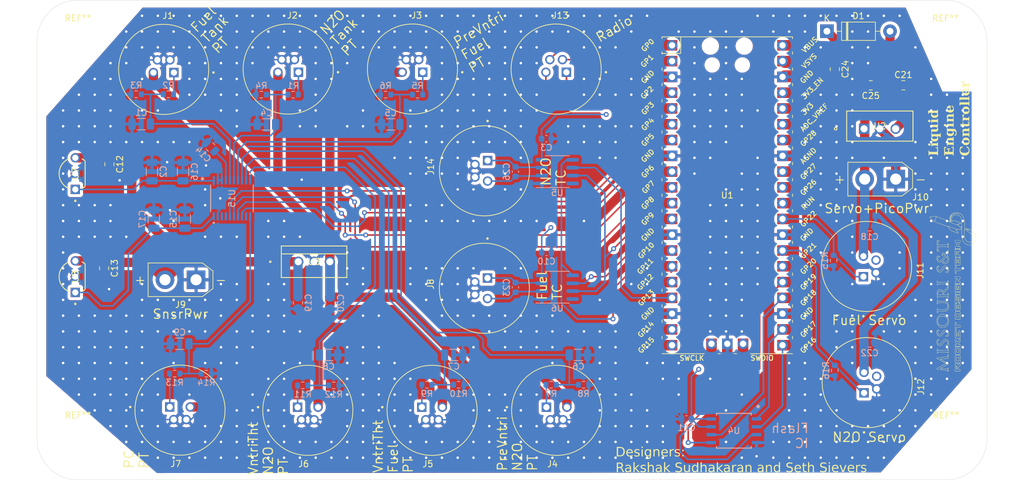
<source format=kicad_pcb>
(kicad_pcb (version 20221018) (generator pcbnew)
  (title_block (title "LEC") (date "2024-11-30") (company "Missouri S&T Rocket Design Team"))
  (layers (0 "F.Cu" signal) (1 "In1.Cu" power "PWR.Cu") (2 "In2.Cu" power "GND.Cu") (31 "B.Cu" signal) (34 "B.Paste" user) (35 "F.Paste" user) (36 "B.SilkS" user "B.Silkscreen") (37 "F.SilkS" user "F.Silkscreen") (38 "B.Mask" user) (39 "F.Mask" user) (44 "Edge.Cuts" user))
  (net 0 "")
  (net 1 "GND")
  (net 2 "/ADC_Power_Circuit/AVDDOUT")
  (net 3 "+3.3V")
  (net 4 "/ADC_Power_Circuit/VIN")
  (net 5 "Net-(U15-REFIN+{slash}OUT)")
  (net 6 "/ADC_Power_Circuit/DVDDOUT")
  (net 7 "+12V")
  (net 8 "Net-(D1-A)")
  (net 9 "Net-(U6-T+)")
  (net 10 "Net-(U6-T-)")
  (net 11 "Net-(D1-K)")
  (net 12 "Net-(U5-T+)")
  (net 13 "Net-(U5-T-)")
  (net 14 "Net-(U1-GPIO22)")
  (net 16 "Net-(U1-GPIO21)")
  (net 18 "/GPIO0 (MISO)")
  (net 19 "/GPIO2 (SCK)")
  (net 20 "/GPIO1 (CS)")
  (net 21 "/GPIO3 (MOSI)")
  (net 22 "/GPIO4 (MISO)")
  (net 23 "/GPIO5 (CS)")
  (net 24 "/GPIO6 (SCK)")
  (net 25 "/GPIO7 (MOSI)")
  (net 26 "/GPIO8 (MISO)")
  (net 27 "/GPIO9 (CS)")
  (net 28 "/GPIO10 (SCK)")
  (net 29 "unconnected-(U1-GPIO11-Pad15)")
  (net 31 "/GPIO13 (CS)")
  (net 34 "/GPIO16 (MISO)")
  (net 35 "/GPIO17 (CS)")
  (net 36 "/GPIO18 (SCK)")
  (net 37 "/GPIO19 (MOSI)")
  (net 51 "/lowPassFilter/Sig_{out}")
  (net 52 "/lowPassFilter1/Sig_{out}")
  (net 53 "/lowPassFilter2/Sig_{out}")
  (net 54 "/lowPassFilter3/Sig_{out}")
  (net 55 "/lowPassFilter4/Sig_{out}")
  (net 56 "/lowPassFilter5/Sig_{out}")
  (net 57 "/lowPassFilter6/Sig_{out}")
  (net 58 "/Sig1")
  (net 59 "/Sig2")
  (net 60 "/Sig3")
  (net 61 "/Sig4")
  (net 62 "/Sig5")
  (net 63 "/Sig6")
  (net 64 "/Sig7")
  (net 65 "/ExcIn")
  (footprint "M8Connector:TENSILITY_54-00278" (layer "F.Cu") (at 79.785 60.94)
    (fp_text reference "J1")
    (fp_text value "54-00278")
  )
  (footprint "Connector_AMASS:AMASS_XT30UPB-M_1x02_P5.0mm_Vertical" (layer "F.Cu") (at 85 94.8 180)
    (fp_text reference "J9")
    (fp_text value "Conn_01x02")
  )
  (footprint "M8Connector:TENSILITY_54-00278" (layer "F.Cu") (at 131.39 96.17 90)
    (fp_text reference "J8")
    (fp_text value "54-00278")
  )
  (footprint "Connector_AMASS:AMASS_XT30UPB-M_1x02_P5.0mm_Vertical" (layer "F.Cu") (at 197.6 78.6 180)
    (fp_text reference "J10")
    (fp_text value "Conn_01x02")
  )
  (footprint "M8Connector:TENSILITY_54-00278" (layer "F.Cu") (at 193.01 111.35 -90)
    (fp_text reference "J12")
    (fp_text value "54-00278")
  )
  (footprint "M8Connector:TENSILITY_54-00278" (layer "F.Cu") (at 119.825 60.89)
    (fp_text reference "J3")
    (fp_text value "54-00278")
  )
  (footprint "MountingHole:MountingHole_3.2mm_M3_DIN965" (layer "F.Cu") (at 205.6 56.5)
    (fp_text reference "REF**")
    (fp_text value "MountingHole_3.2mm_M3_DIN965")
  )
  (footprint "Capacitor_SMD:C_0805_2012Metric" (layer "F.Cu") (at 193.58 63.5 180)
    (fp_text reference "C25")
    (fp_text value "10u")
  )
  (footprint "M8Connector:TENSILITY_54-00278" (layer "F.Cu") (at 192.91 92.65 -90)
    (fp_text reference "J11")
    (fp_text value "54-00278")
  )
  (footprint "MountingHole:MountingHole_3.2mm_M3_DIN965" (layer "F.Cu") (at 205.7 120.4)
    (fp_text reference "REF**")
    (fp_text value "MountingHole_3.2mm_M3_DIN965")
  )
  (footprint "M8Connector:TENSILITY_54-00278" (layer "F.Cu") (at 99.825 60.89)
    (fp_text reference "J2")
    (fp_text value "54-00278")
  )
  (footprint "Diode_THT:D_DO-41_SOD81_P10.16mm_Horizontal" (layer "F.Cu") (at 186.52 54.8)
    (fp_text reference "D1")
    (fp_text value "1N5817")
  )
  (footprint "Capacitor_SMD:C_0805_2012Metric" (layer "F.Cu") (at 187.8 60.9 -90)
    (fp_text reference "C24")
    (fp_text value "10u")
  )
  (footprint "Capacitor_SMD:C_0805_2012Metric" (layer "F.Cu") (at 70.2 92.95 -90)
    (fp_text reference "C13")
    (fp_text value "10u")
  )
  (footprint "M8Connector:TENSILITY_54-00278" (layer "F.Cu") (at 143.035 115.81 180)
    (fp_text reference "J4")
    (fp_text value "54-00278")
  )
  (footprint "M8Connector:TENSILITY_54-00278" (layer "F.Cu") (at 131.4075 77.2625 90)
    (fp_text reference "J14")
    (fp_text value "54-00278")
  )
  (footprint "Capacitor_SMD:C_0805_2012Metric" (layer "F.Cu") (at 71.05 76.2074 -90)
    (fp_text reference "C12")
    (fp_text value "10u")
  )
  (footprint "M8Connector:TENSILITY_54-00278" (layer "F.Cu") (at 142.95 60.89)
    (fp_text reference "J13")
    (fp_text value "54-00278")
  )
  (footprint "MountingHole:MountingHole_3.2mm_M3_DIN965" (layer "F.Cu") (at 66 120.4)
    (fp_text reference "REF**")
    (fp_text value "MountingHole_3.2mm_M3_DIN965")
  )
  (footprint "RDTLogo:RDT_Logo" (layer "F.Cu") (at 206.8 96.8 90)
    (fp_text reference "G***" hide)
    (fp_text value "LOGO" hide)
  )
  (footprint "RPiPico:RPi_Pico_SMD_TH" (layer "F.Cu") (at 170.49 81.2)
    (fp_text reference "U1")
    (fp_text value "Pico")
  )
  (footprint "MountingHole:MountingHole_3.2mm_M3_DIN965" (layer "F.Cu") (at 66 56.5)
    (fp_text reference "REF**")
    (fp_text value "MountingHole_3.2mm_M3_DIN965")
  )
  (footprint "L78L33ACZ:TO-92-TR_STM" (layer "F.Cu") (at 65.5644 80.2574 90)
    (fp_text reference "U7")
    (fp_text value "L78L33ACZ")
  )
  (footprint "M8Connector:TENSILITY_54-00278" (layer "F.Cu") (at 82.415 115.78 180)
    (fp_text reference "J7")
    (fp_text value "54-00278")
  )
  (footprint "L7805CV:TO-220_STM" (layer "F.Cu") (at 192.5 70.5)
    (fp_text reference "U2")
    (fp_text value "L7805")
  )
  (footprint "Capacitor_SMD:C_0805_2012Metric" (layer "F.Cu") (at 198.83 63.5)
    (fp_text reference "C21")
    (fp_text value "10u")
  )
  (footprint "L78L33ACZ:TO-92-TR_STM" (layer "F.Cu") (at 65.5644 96.84 90)
    (fp_text reference "U8")
    (fp_text value "L78L33ACZ")
  )
  (footprint "M8Connector:TENSILITY_54-00278" (layer "F.Cu") (at 122.985 115.81 180)
    (fp_text reference "J5")
    (fp_text value "54-00278")
  )
  (footprint "M8Connector:TENSILITY_54-00278" (layer "F.Cu") (at 102.985 115.81 180)
    (fp_text reference "J6")
    (fp_text value "54-00278")
  )
  (footprint "MC7809CTG:TO-220AB_ONS" (layer "F.Cu") (at 101.449 91.9)
    (fp_text reference "U3")
    (fp_text value "MC7809CTG")
  )
  (footprint "Capacitor_SMD:C_1206_3216Metric" (layer "B.Cu") (at 78.2 85.025 -90)
    (fp_text reference "C17")
    (fp_text value "100n")
  )
  (footprint "Capacitor_SMD:C_1206_3216Metric" (layer "B.Cu") (at 82.375 105.1 180)
    (fp_text reference "C9")
    (fp_text value "100n")
  )
  (footprint "Resistor_SMD:R_0603_1608Metric" (layer "B.Cu") (at 95.5 65 180)
    (fp_text reference "R4")
    (fp_text value "10K")
  )
  (footprint "Resistor_SMD:R_0603_1608Metric" (layer "B.Cu") (at 81.555 109.9)
    (fp_text reference "R13")
    (fp_text value "10K")
  )
  (footprint "Capacitor_SMD:C_0603_1608Metric" (layer "B.Cu") (at 136.4 77.4 -90)
    (fp_text reference "C26")
    (fp_text value "C")
  )
  (footprint "Capacitor_SMD:C_0805_2012Metric" (layer "B.Cu") (at 101.4 98.5 90)
    (fp_text reference "C19")
    (fp_text value "10u")
  )
  (footprint "Resistor_SMD:R_0603_1608Metric" (layer "B.Cu") (at 120.65 65 180)
    (fp_text reference "R5")
    (fp_text value "10K")
  )
  (footprint "Capacitor_SMD:C_0603_1608Metric" (layer "B.Cu") (at 136.4 96.025 -90)
    (fp_text reference "C23")
    (fp_text value "C")
  )
  (footprint "Resistor_SMD:R_0603_1608Metric" (layer "B.Cu") (at 80.545 64.95 180)
    (fp_text reference "R2")
    (fp_text value "10K")
  )
  (footprint "Package_SO:SOIC-8_3.9x4.9mm_P1.27mm" (layer "B.Cu") (at 143.125 77.395)
    (fp_text reference "U5")
    (fp_text value "MAX31855KASA")
  )
  (footprint "Capacitor_SMD:C_0805_2012Metric" (layer "B.Cu") (at 193.4 104.9)
    (fp_text reference "C22")
    (fp_text value "10u")
  )
  (footprint "W25Q128JVSIQ:SOIC_128JVSIQ_WIN" (layer "B.Cu") (at 171.5551 119.095 180)
    (fp_text reference "U4")
    (fp_text value "W25Q128JVSIQ")
  )
  (footprint "Capacitor_SMD:C_1206_3216Metric" (layer "B.Cu") (at 83.2 85.025 -90)
    (fp_text reference "C15")
    (fp_text value "100n")
  )
  (footprint "Capacitor_SMD:C_1206_3216Metric" (layer "B.Cu") (at 106.335 106.9)
    (fp_text reference "C8")
    (fp_text value "100n")
  )
  (footprint "MCP3564R/T:TSSOP20_ST_MCH" (layer "B.Cu") (at 90.774999 81.69805 -90)
    (fp_text reference "U15")
    (fp_text value "MCP3564RT-E/ST")
  )
  (footprint "Resistor_SMD:R_0603_1608Metric" (layer "B.Cu") (at 142.135 111.7)
    (fp_text reference "R7")
    (fp_text value "10K")
  )
  (footprint "Package_SO:SOIC-8_3.9x4.9mm_P1.27mm" (layer "B.Cu") (at 143.125 95.995)
    (fp_text reference "U6")
    (fp_text value "MAX31855KASA")
  )
  (footprint "Resistor_SMD:R_0603_1608Metric" (layer "B.Cu") (at 86.655 109.9)
    (fp_text reference "R14")
    (fp_text value "10K")
  )
  (footprint "Capacitor_SMD:C_0603_1608Metric" (layer "B.Cu") (at 163.9301 117.195)
    (fp_text reference "C11")
    (fp_text value "100n")
  )
  (footprint "Resistor_SMD:R_0603_1608Metric" (layer "B.Cu") (at 100.625 65 180)
    (fp_text reference "R1")
    (fp_text value "10K")
  )
  (footprint "Resistor_SMD:R_0603_1608Metric" (layer "B.Cu") (at 122.16 111.7)
    (fp_text reference "R9")
    (fp_text value "10K")
  )
  (footprint "Resistor_SMD:R_0603_1608Metric" (layer "B.Cu") (at 147.36 111.7)
    (fp_text reference "R8")
    (fp_text value "10K")
  )
  (footprint "Capacitor_SMD:C_1206_3216Metric" (layer "B.Cu") (at 146.54 106.9)
    (fp_text reference "C6")
    (fp_text value "100n")
  )
  (footprint "Resistor_SMD:R_0603_1608Metric" (layer "B.Cu") (at 107.16 111.8)
    (fp_text reference "R12")
    (fp_text value "10K")
  )
  (footprint "Capacitor_SMD:C_1206_3216Metric" (layer "B.Cu") (at 76.18 69.75 180)
    (fp_text reference "C1")
    (fp_text value "100n")
  )
  (footprint "Capacitor_SMD:C_1206_3216Metric" (layer "B.Cu") (at 126.46 106.9)
    (fp_text reference "C7")
    (fp_text value "100n")
  )
  (footprint "Capacitor_SMD:C_0805_2012Metric" (layer "B.Cu") (at 193.4 86.2)
    (fp_text reference "C18")
    (fp_text value "10u")
  )
  (footprint "Capacitor_SMD:C_1206_3216Metric" (layer "B.Cu") (at 116.32 69.8 180)
    (fp_text reference "C5")
    (fp_text value "100n")
  )
  (footprint "Resistor_SMD:R_0603_1608Metric" (layer "B.Cu") (at 127.26 111.7)
    (fp_text reference "R10")
    (fp_text value "10K")
  )
  (footprint "Capacitor_SMD:C_0805_2012Metric" (layer "B.Cu") (at 106.6 98.55 90)
    (fp_text reference "C20")
    (fp_text value "10u")
  )
  (footprint "Resistor_SMD:R_0603_1608Metric" (layer "B.Cu") (at 102.16 111.8)
    (fp_text reference "R11")
    (fp_text value "10K")
  )
  (footprint "Capacitor_SMD:C_0603_1608Metric" (layer "B.Cu") (at 141.375 72.1)
    (fp_text reference "C3")
    (fp_text value "100n")
  )
  (footprint "Resistor_SMD:R_0603_1608Metric" (layer "B.Cu") (at 75.36 64.95 180)
    (fp_text reference "R3")
    (fp_text value "10K")
  )
  (footprint "Capacitor_SMD:C_1206_3216Metric" (layer "B.Cu") (at 77.9 77.4 90)
    (fp_text reference "C2")
    (fp_text value "100n")
  )
  (footprint "Capacitor_SMD:C_1206_3216Metric" (layer "B.Cu") (at 82.9 77.4 90)
    (fp_text reference "C16")
    (fp_text value "100n")
  )
  (footprint "Capacitor_SMD:C_1206_3216Metric" (layer "B.Cu") (at 96.32 69.8 180)
    (fp_text reference "C4")
    (fp_text value "100n")
  )
  (footprint "Capacitor_SMD:C_0805_2012Metric" (layer "B.Cu") (at 87.328249 73.428249 -45)
    (fp_text reference "C14")
    (fp_text value "10u")
  )
  (footprint "Capacitor_SMD:C_0603_1608Metric" (layer "B.Cu") (at 141.4 90.4)
    (fp_text reference "C10")
    (fp_text value "100n")
  )
  (footprint "Resistor_SMD:R_0603_1608Metric" (layer "B.Cu") (at 187.8 109.4 -90)
    (fp_text reference "R16")
    (fp_text value "10K")
  )
  (footprint "Resistor_SMD:R_0603_1608Metric" (layer "B.Cu") (at 187.6 91.7 -90)
    (fp_text reference "R15")
    (fp_text value "10K")
  )
  (footprint "Resistor_SMD:R_0603_1608Metric" (layer "B.Cu") (at 115.5 65 180)
    (fp_text reference "R6")
    (fp_text value "10K")
  )
  (gr_line (start 212.3 120.4) (end 212.3 56.5) (stroke (width 0.05)) (layer "Edge.Cuts"))
  (gr_line (start 66 127) (end 205.7 127) (stroke (width 0.05)) (layer "Edge.Cuts"))
  (gr_arc (start 59.4 56.4) (mid 61.333095 51.733095) (end 66 49.8) (stroke (width 0.05)) (layer "Edge.Cuts"))
  (gr_line (start 205.6 49.8) (end 66 49.8) (stroke (width 0.05)) (layer "Edge.Cuts"))
  (gr_arc (start 66 127) (mid 61.333095 125.066905) (end 59.4 120.4) (stroke (width 0.05)) (layer "Edge.Cuts"))
  (gr_line (start 59.4 56.4) (end 59.4 120.4) (stroke (width 0.05)) (layer "Edge.Cuts"))
  (gr_arc (start 212.3 120.4) (mid 210.366905 125.066905) (end 205.7 127) (stroke (width 0.05)) (layer "Edge.Cuts"))
  (gr_arc (start 205.6 49.8) (mid 210.337615 51.762385) (end 212.3 56.5) (stroke (width 0.05)) (layer "Edge.Cuts"))
  (gr_text "Flash\nIC" (at 183.7 122) (layer "B.SilkS") (effects (font (size 1.5 1.5) (thickness 0.1875)) (justify left bottom mirror)))
  (gr_text "N2O\nTank\nPT" (at 109.3 59.1 45) (layer "F.SilkS") (effects (font (size 1.5 1.5) (thickness 0.1875)) (justify left bottom)))
  (gr_text "Servo+PicoPwr" (at 186 84.2) (layer "F.SilkS") (effects (font (size 1.5 1.5) (thickness 0.1875)) (justify left bottom)))
  (gr_text "PreVntri\nN2O\nPT" (at 140 125.7 90) (layer "F.SilkS") (effects (font (size 1.5 1.5) (thickness 0.1875)) (justify left bottom)))
  (gr_text "VntriTht\nN2O\nPT" (at 99.9 126.3 90) (layer "F.SilkS") (effects (font (size 1.5 1.5) (thickness 0.1875)) (justify left bottom)))
  (gr_text "VntriTht\nFuel\nPT" (at 120 126 90) (layer "F.SilkS") (effects (font (size 1.5 1.5) (thickness 0.1875)) (justify left bottom)))
  (gr_text "N2O\nTC" (at 144.6 79.8 90) (layer "F.SilkS") (effects (font (size 1.5 1.5) (thickness 0.1875)) (justify left bottom)))
  (gr_text "N2O Servo" (at 187.3 121) (layer "F.SilkS") (effects (font (size 1.5 1.5) (thickness 0.1875)) (justify left bottom)))
  (gr_text "Fuel\nTank\nPT" (at 88.5 58.7 45) (layer "F.SilkS") (effects (font (size 1.5 1.5) (thickness 0.1875)) (justify left bottom)))
  (gr_text "Designers:\nRakshak Sudhakaran and Seth Sievers" (at 152.5 126) (layer "F.SilkS") (effects (font (size 1.5 1.5) (thickness 0.1875)) (justify left bottom)))
  (gr_text "PreVntri\nFuel\nPT" (at 129.4 61.7 30) (layer "F.SilkS") (effects (font (size 1.5 1.5) (thickness 0.1875)) (justify left bottom)))
  (gr_text "PC\nPT" (at 77.5 125.3 90) (layer "F.SilkS") (effects (font (size 1.5 1.5) (thickness 0.1875)) (justify left bottom)))
  (gr_text "Liquid\nEngine\nController" (at 209.7 74.9 90) (layer "F.SilkS") (effects (font (size 1.5 1.5) (thickness 0.3) bold) (justify left bottom)))
  (gr_text "Radio" (at 149.9 56.8 30) (layer "F.SilkS") (effects (font (size 1.5 1.5) (thickness 0.1875)) (justify left bottom)))
  (gr_text "SnsrPwr" (at 77.9 101.2) (layer "F.SilkS") (effects (font (size 1.5 1.5) (thickness 0.1875)) (justify left bottom)))
  (gr_text "Fuel\nTC" (at 144 98.2 90) (layer "F.SilkS") (effects (font (size 1.5 1.5) (thickness 0.1875)) (justify left bottom)))
  (gr_text "Fuel Servo" (at 187.2 102.2) (layer "F.SilkS") (effects (font (size 1.5 1.5) (thickness 0.1875)) (justify left bottom)))
  (segment (start 197.6 78.6) (end 197.6 73.06) (width 1.5) (layer "F.Cu") (net 1))
  (segment (start 69.8 94.3) (end 70.2 93.9) (width 1.5) (layer "F.Cu") (net 1))
  (segment (start 161.56 101.1) (end 161.6 101.06) (width 0.25) (layer "F.Cu") (net 1))
  (segment (start 196.18 66.8) (end 195.04 67.94) (width 1.5) (layer "F.Cu") (net 1))
  (segment (start 69.7826 94.3174) (end 70.2 93.9) (width 0.25) (layer "F.Cu") (net 1))
  (segment (start 195.04 67.94) (end 195.04 70.5) (width 1.5) (layer "F.Cu") (net 1))
  (segment (start 65.5644 94.3) (end 69.8 94.3) (width 1.5) (layer "F.Cu") (net 1))
  (segment (start 196.18 63.5) (end 194.53 63.5) (width 1.5) (layer "F.Cu") (net 1))
  (segment (start 70.49 77.7174) (end 71.05 77.1574) (width 1.5) (layer "F.Cu") (net 1))
  (segment (start 196.18 63.5) (end 196.18 66.8) (width 1.5) (layer "F.Cu") (net 1))
  (segment (start 179.38 62.15) (end 179.68 61.85) (width 0.25) (layer "F.Cu") (net 1))
  (segment (start 71.0718 77.1718) (end 71.0356 77.1718) (width 0.25) (layer "F.Cu") (net 1))
  (segment (start 197.6 73.06) (end 195.04 70.5) (width 1.5) (layer "F.Cu") (net 1))
  (segment (start 71 94.7) (end 71 96.3) (width 0.25) (layer "F.Cu") (net 1))
  (segment (start 65.5644 77.7174) (end 70.49 77.7174) (width 1.5) (layer "F.Cu") (net 1))
  (segment (start 70.2 93.9) (end 71 94.7) (width 0.25) (layer "F.Cu") (net 1))
  (segment (start 197.88 63.5) (end 196.18 63.5) (width 1.5) (layer "F.Cu") (net 1))
  (segment (start 179.68 61.85) (end 187.8 61.85) (width 1.5) (layer "F.Cu") (net 1))
  (segment (start 72.7 78.8) (end 71.0718 77.1718) (width 0.25) (layer "F.Cu") (net 1))
  (via (at 96.626429 87.875) (size 0.8) (drill 0.4) (layers "F.Cu" "B.Cu") (net 1))
  (via (at 81.386429 103.115) (size 0.8) (drill 0.4) (layers "F.Cu" "B.Cu") (net 1))
  (via (at 165.206429 75.175) (size 0.8) (drill 0.4) (layers "F.Cu" "B.Cu") (net 1))
  (via (at 147.426429 57.395) (size 0.8) (drill 0.4) (layers "F.Cu" "B.Cu") (net 1))
  (via (at 175.366429 87.875) (size 0.8) (drill 0.4) (layers "F.Cu" "B.Cu") (net 1))
  (via (at 122.026429 123.435) (size 0.8) (drill 0.4) (layers "F.Cu" "B.Cu") (net 1))
  (via (at 200.766429 115.815) (size 0.8) (drill 0.4) (layers "F.Cu" "B.Cu") (net 1))
  (via (at 83.926429 59.935) (size 0.8) (drill 0.4) (layers "F.Cu" "B.Cu") (net 1))
  (via (at 89.006429 98.035) (size 0.8) (drill 0.4) (layers "F.Cu" "B.Cu") (net 1))
  (via (at 127.106429 59.935) (size 0.8) (drill 0.4) (layers "F.Cu" "B.Cu") (net 1))
  (via (at 122.026429 75.175) (size 0.8) (drill 0.4) (layers "F.Cu" "B.Cu") (net 1))
  (via (at 116.946429 52.315) (size 0.8) (drill 0.4) (layers "F.Cu" "B.Cu") (net 1))
  (via (at 116.946429 113.275) (size 0.8) (drill 0.4) (layers "F.Cu" "B.Cu") (net 1))
  (via (at 185.526429 70.095) (size 0.8) (drill 0.4) (layers "F.Cu" "B.Cu") (net 1))
  (via (at 91.546429 57.395) (size 0.8) (drill 0.4) (layers "F.Cu" "B.Cu") (net 1))
  (via (at 147.426429 85.335) (size 0.8) (drill 0.4) (layers "F.Cu" "B.Cu") (net 1))
  (via (at 122.026429 67.555) (size 0.8) (drill 0.4) (layers "F.Cu" "B.Cu") (net 1))
  (via (at 76.306429 105.655) (size 0.8) (drill 0.4) (layers "F.Cu" "B.Cu") (net 1))
  (via (at 102 78.7) (size 0.8) (drill 0.4) (layers "F.Cu" "B.Cu") (net 1))
  (via (at 142.346429 108.195) (size 0.8) (drill 0.4) (layers "F.Cu" "B.Cu") (net 1))
  (via (at 165.206429 67.555) (size 0.8) (drill 0.4) (layers "F.Cu" "B.Cu") (net 1))
  (via (at 185.526429 110.735) (size 0.8) (drill 0.4) (layers "F.Cu" "B.Cu") (net 1))
  (via (at 124.566429 120.895) (size 0.8) (drill 0.4) (layers "F.Cu" "B.Cu") (net 1))
  (via (at 139.806429 105.655) (size 0.8) (drill 0.4) (layers "F.Cu" "B.Cu") (net 1))
  (via (at 76.306429 103.115) (size 0.8) (drill 0.4) (layers "F.Cu" "B.Cu") (net 1))
  (via (at 124.566429 65.015) (size 0.8) (drill 0.4) (layers "F.Cu" "B.Cu") (net 1))
  (via (at 160.126429 118.355) (size 0.8) (drill 0.4) (layers "F.Cu" "B.Cu") (net 1))
  (via (at 129.646429 72.635) (size 0.8) (drill 0.4) (layers "F.Cu" "B.Cu") (net 1))
  (via (at 127.106429 67.555) (size 0.8) (drill 0.4) (layers "F.Cu" "B.Cu") (net 1))
  (via (at 68.686429 103.115) (size 0.8) (drill 0.4) (layers "F.Cu" "B.Cu") (net 1))
  (via (at 66.146429 103.115) (size 0.8) (drill 0.4) (layers "F.Cu" "B.Cu") (net 1))
  (via (at 114.406429 123.435) (size 0.8) (drill 0.4) (layers "F.Cu" "B.Cu") (net 1))
  (via (at 200.766429 100.575) (size 0.8) (drill 0.4) (layers "F.Cu" "B.Cu") (net 1))
  (via (at 185.526429 90.415) (size 0.8) (drill 0.4) (layers "F.Cu" "B.Cu") (net 1))
  (via (at 73.766429 118.355) (size 0.8) (drill 0.4) (layers "F.Cu" "B.Cu") (net 1))
  (via (at 203.306429 110.735) (size 0.8) (drill 0.4) (layers "F.Cu" "B.Cu") (net 1))
  (via (at 180.446429 120.895) (size 0.8) (drill 0.4) (layers "F.Cu" "B.Cu") (net 1))
  (via (at 137.266429 62.475) (size 0.8) (drill 0.4) (layers "F.Cu" "B.Cu") (net 1))
  (via (at 205.846429 67.555) (size 0.8) (drill 0.4) (layers "F.Cu" "B.Cu") (net 1))
  (via (at 66.146429 72.635) (size 0.8) (drill 0.4) (layers "F.Cu" "B.Cu") (net 1))
  (via (at 91.546429 54.855) (size 0.8) (drill 0.4) (layers "F.Cu" "B.Cu") (net 1))
  (via (at 73.766429 72.635) (size 0.8) (drill 0.4) (layers "F.Cu" "B.Cu") (net 1))
  (via (at 116.946429 123.435) (size 0.8) (drill 0.4) (layers "F.Cu" "B.Cu") (net 1))
  (via (at 71.226429 105.655) (size 0.8) (drill 0.4) (layers "F.Cu" "B.Cu") (net 1))
  (via (at 137.266429 105.655) (size 0.8) (drill 0.4) (layers "F.Cu" "B.Cu") (net 1))
  (via (at 73.766429 103.115) (size 0.8) (drill 0.4) (layers "F.Cu" "B.Cu") (net 1))
  (via (at 203.306429 65.015) (size 0.8) (drill 0.4) (layers "F.Cu" "B.Cu") (net 1))
  (via (at 83.926429 62.475) (size 0.8) (drill 0.4) (layers "F.Cu" "B.Cu") (net 1))
  (via (at 101.706429 120.895) (size 0.8) (drill 0.4) (layers "F.Cu" "B.Cu") (net 1))
  (via (at 203.306429 92.955) (size 0.8) (drill 0.4) (layers "F.Cu" "B.Cu") (net 1))
  (via (at 200.766429 108.195) (size 0.8) (drill 0.4) (layers "F.Cu" "B.Cu") (net 1))
  (via (at 71.226429 62.475) (size 0.8) (drill 0.4) (layers "F.Cu" "B.Cu") (net 1))
  (via (at 165.206429 59.935) (size 0.8) (drill 0.4) (layers "F.Cu" "B.Cu") (net 1))
  (via (at 172.826429 113.275) (size 0.8) (drill 0.4) (layers "F.Cu" "B.Cu") (net 1))
  (via (at 185.526429 57.395) (size 0.8) (drill 0.4) (layers "F.Cu" "B.Cu") (net 1))
  (via (at 205.846429 98.035) (size 0.8) (drill 0.4) (layers "F.Cu" "B.Cu") (net 1))
  (via (at 134.726429 65.015) (size 0.8) (drill 0.4) (layers "F.Cu" "B.Cu") (net 1))
  (via (at 99.166429 95.495) (size 0.8) (drill 0.4) (layers "F.Cu" "B.Cu") (net 1))
  (via (at 63.606429 108.195) (size 0.8) (drill 0.4) (layers "F.Cu" "B.Cu") (net 1))
  (via (at 106.786429 62.475) (size 0.8) (drill 0.4) (layers "F.Cu" "B.Cu") (net 1))
  (via (at 71.226429 82.795) (size 0.8) (drill 0.4) (layers "F.Cu" "B.Cu") (net 1))
  (via (at 91.546429 103.115) (size 0.8) (drill 0.4) (layers "F.Cu" "B.Cu") (net 1))
  (via (at 134.726429 115.815) (size 0.8) (drill 0.4) (layers "F.Cu" "B.Cu") (net 1))
  (via (at 122.026429 52.315) (size 0.8) (drill 0.4) (layers "F.Cu" "B.Cu") (net 1))
  (via (at 114.406429 100.575) (size 0.8) (drill 0.4) (layers "F.Cu" "B.Cu") (net 1))
  (via (at 208.386429 108.195) (size 0.8) (drill 0.4) (layers "F.Cu" "B.Cu") (net 1))
  (via (at 172.826429 65.015) (size 0.8) (drill 0.4) (layers "F.Cu" "B.Cu") (net 1))
  (via (at 200.766429 103.115) (size 0.8) (drill 0.4) (layers "F.Cu" "B.Cu") (net 1))
  (via (at 195.686429 103.115) (size 0.8) (drill 0.4) (layers "F.Cu" "B.Cu") (net 1))
  (via (at 149.966429 52.315) (size 0.8) (drill 0.4) (layers "F.Cu" "B.Cu") (net 1))
  (via (at 91.546429 52.315) (size 0.8) (drill 0.4) (layers "F.Cu" "B.Cu") (net 1))
  (via (at 114.406429 118.355) (size 0.8) (drill 0.4) (layers "F.Cu" "B.Cu") (net 1))
  (via (at 132.186429 57.395) (size 0.8) (drill 0.4) (layers "F.Cu" "B.Cu") (net 1))
  (via (at 68.686429 108.195) (size 0.8) (drill 0.4) (layers "F.Cu" "B.Cu") (net 1))
  (via (at 137.266429 123.435) (size 0.8) (drill 0.4) (layers "F.Cu" "B.Cu") (net 1))
  (via (at 134.726429 52.315) (size 0.8) (drill 0.4) (layers "F.Cu" "B.Cu") (net 1))
  (via (at 190.606429 62.475) (size 0.8) (drill 0.4) (layers "F.Cu" "B.Cu") (net 1))
  (via (at 73.766429 59.935) (size 0.8) (drill 0.4) (layers "F.Cu" "B.Cu") (net 1))
  (via (at 185.526429 65.015) (size 0.8) (drill 0.4) (layers "F.Cu" "B.Cu") (net 1))
  (via (at 104.246429 70.095) (size 0.8) (drill 0.4) (layers "F.Cu" "B.Cu") (net 1))
  (via (at 76.306429 62.475) (size 0.8) (drill 0.4) (layers "F.Cu" "B.Cu") (net 1))
  (via (at 139.806429 120.895) (size 0.8) (drill 0.4) (layers "F.Cu" "B.Cu") (net 1))
  (via (at 137.266429 100.575) (size 0.8) (drill 0.4) (layers "F.Cu" "B.Cu") (net 1))
  (via (at 142.346429 52.315) (size 0.8) (drill 0.4) (layers "F.Cu" "B.Cu") (net 1))
  (via (at 63.606429 110.735) (size 0.8) (drill 0.4) (layers "F.Cu" "B.Cu") (net 1))
  (via (at 101.706429 52.315) (size 0.8) (drill 0.4) (layers "F.Cu" "B.Cu") (net 1))
  (via (at 165.206429 77.715) (size 0.8) (drill 0.4) (layers "F.Cu" "B.Cu") (net 1))
  (via (at 203.306429 85.335) (size 0.8) (drill 0.4) (layers "F.Cu" "B.Cu") (net 1))
  (via (at 89.006429 62.475) (size 0.8) (drill 0.4) (layers "F.Cu" "B.Cu") (net 1))
  (via (at 185.526429 67.555) (size 0.8) (drill 0.4) (layers "F.Cu" "B.Cu") (net 1))
  (via (at 185.526429 77.715) (size 0.8) (drill 0.4) (layers "F.Cu" "B.Cu") (net 1))
  (via (at 109.326429 90.415) (size 0.8) (drill 0.4) (layers "F.Cu" "B.Cu") (net 1))
  (via (at 155.046429 70.095) (size 0.8) (drill 0.4) (layers "F.Cu" "B.Cu") (net 1))
  (via (at 124.566429 62.475) (size 0.8) (drill 0.4) (layers "F.Cu" "B.Cu") (net 1))
  (via (at 152.506429 72.635) (size 0.8) (drill 0.4) (layers "F.Cu" "B.Cu") (net 1))
  (via (at 208.386429 85.335) (size 0.8) (drill 0.4) (layers "F.Cu" "B.Cu") (net 1))
  (via (at 94.086429 100.575) (size 0.8) (drill 0.4) (layers "F.Cu" "B.Cu") (net 1))
  (via (at 142.346429 123.435) (size 0.8) (drill 0.4) (layers "F.Cu" "B.Cu") (net 1))
  (via (at 89.006429 110.735) (size 0.8) (drill 0.4) (layers "F.Cu" "B.Cu") (net 1))
  (via (at 94.086429 52.315) (size 0.8) (drill 0.4) (layers "F.Cu" "B.Cu") (net 1))
  (via (at 137.266429 85.335) (size 0.8) (drill 0.4) (layers "F.Cu" "B.Cu") (net 1))
  (via (at 104.246429 62.475) (size 0.8) (drill 0.4) (layers "F.Cu" "B.Cu") (net 1))
  (via (at 170.286429 57.395) (size 0.8) (drill 0.4) (layers "F.Cu" "B.Cu") (net 1))
  (via (at 137.266429 57.395) (size 0.8) (drill 0.4) (layers "F.Cu" "B.Cu") (net 1))
  (via (at 68.686429 100.575) (size 0.8) (drill 0.4) (layers "F.Cu" "B.Cu") (net 1))
  (via (at 116.946429 110.735) (size 0.8) (drill 0.4) (layers "F.Cu" "B.Cu") (net 1))
  (via (at 94.086429 115.815) (size 0.8) (drill 0.4) (layers "F.Cu" "B.Cu") (net 1))
  (via (at 195.686429 75.175) (size 0.8) (drill 0.4) (layers "F.Cu" "B.Cu") (net 1))
  (via (at 116.946429 108.195) (size 0.8) (drill 0.4) (layers "F.Cu" "B.Cu") (net 1))
  (via (at 89.006429 118.355) (size 0.8) (drill 0.4) (layers "F.Cu" "B.Cu") (net 1))
  (via (at 208.386429 100.575) (size 0.8) (drill 0.4) (layers "F.Cu" "B.Cu") (net 1))
  (via (at 106.786429 54.855) (size 0.8) (drill 0.4) (layers "F.Cu" "B.Cu") (net 1))
  (via (at 101.706429 57.395) (size 0.8) (drill 0.4) (layers "F.Cu" "B.Cu") (net 1))
  (via (at 188.066429 115.815) (size 0.8) (drill 0.4) (layers "F.Cu" "B.Cu") (net 1))
  (via (at 190.606429 95.495) (size 0.8) (drill 0.4) (layers "F.Cu" "B.Cu") (net 1))
  (via (at 172.826429 70.095) (size 0.8) (drill 0.4) (layers "F.Cu" "B.Cu") (net 1))
  (via (at 203.306429 95.495) (size 0.8) (drill 0.4) (layers "F.Cu" "B.Cu") (net 1))
  (via (at 165.206429 72.635) (size 0.8) (drill 0.4) (layers "F.Cu" "B.Cu") (net 1))
  (via (at 152.506429 70.095) (size 0.8) (drill 0.4) (layers "F.Cu" "B.Cu") (net 1))
  (via (at 203.306429 103.115) (size 0.8) (drill 0.4) (layers "F.Cu" "B.Cu") (net 1))
  (via (at 111.866429 52.315) (size 0.8) (drill 0.4) (layers "F.Cu" "B.Cu") (net 1))
  (via (at 129.646429 100.575) (size 0.8) (drill 0.4) (layers "F.Cu" "B.Cu") (net 1))
  (via (at 127.106429 57.395) (size 0.8) (drill 0.4) (layers "F.Cu" "B.Cu") (net 1))
  (via (at 66.146429 65.015) (size 0.8) (drill 0.4) (layers "F.Cu" "B.Cu") (net 1))
  (via (at 175.366429 52.315) (size 0.8) (drill 0.4) (layers "F.Cu" "B.Cu") (net 1))
  (via (at 175.366429 82.795) (size 0.8) (drill 0.4) (layers "F.Cu" "B.Cu") (net 1))
  (via (at 193.146429 123.435) (size 0.8) (drill 0.4) (layers "F.Cu" "B.Cu") (net 1))
  (via (at 119.486429 113.275) (size 0.8) (drill 0.4) (layers "F.Cu" "B.Cu") (net 1))
  (via (at 127.106429 77.715) (size 0.8) (drill 0.4) (layers "F.Cu" "B.Cu") (net 1))
  (via (at 86.466429 65.015) (size 0.8) (drill 0.4) (layers "F.Cu" "B.Cu") (net 1))
  (via (at 96.626429 95.495) (size 0.8) (drill 0.4) (layers "F.Cu" "B.Cu") (net 1))
  (via (at 188.066429 80.255) (size 0.8) (drill 0.4) (layers "F.Cu" "B.Cu") (net 1))
  (via (at 157.586429 118.355) (size 0.8) (drill 0.4) (layers "F.Cu" "B.Cu") (net 1))
  (via (at 96.626429 123.435) (size 0.8) (drill 0.4) (layers "F.Cu" "B.Cu") (net 1))
  (via (at 83.926429 98.035) (size 0.8) (drill 0.4) (layers "F.Cu" "B.Cu") (net 1))
  (via (at 86.6 76.4) (size 0.7) (drill 0.4) (layers "F.Cu" "B.Cu") (net 1))
  (via (at 182.986429 95.495) (size 0.8) (drill 0.4) (layers "F.Cu" "B.Cu") (net 1))
  (via (at 124.566429 57.395) (size 0.8) (drill 0.4) (layers "F.Cu" "B.Cu") (net 1))
  (via (at 119.486429 67.555) (size 0.8) (drill 0.4) (layers "F.Cu" "B.Cu") (net 1))
  (via (at 208.386429 77.715) (size 0.8) (drill 0.4) (layers "F.Cu" "B.Cu") (net 1))
  (via (at 86.466429 62.475) (size 0.8) (drill 0.4) (layers "F.Cu" "B.Cu") (net 1))
  (via (at 139.806429 57.395) (size 0.8) (drill 0.4) (layers "F.Cu" "B.Cu") (net 1))
  (via (at 137.266429 92.955) (size 0.8) (drill 0.4) (layers "F.Cu" "B.Cu") (net 1))
  (via (at 91.546429 65.015) (size 0.8) (drill 0.4) (layers "F.Cu" "B.Cu") (net 1))
  (via (at 78.846429 120.895) (size 0.8) (drill 0.4) (layers "F.Cu" "B.Cu") (net 1))
  (via (at 203.306429 100.575) (size 0.8) (drill 0.4) (layers "F.Cu" "B.Cu") (net 1))
  (via (at 203.306429 82.795) (size 0.8) (drill 0.4) (layers "F.Cu" "B.Cu") (net 1))
  (via (at 137.266429 75.175) (size 0.8) (drill 0.4) (layers "F.Cu" "B.Cu") (net 1))
  (via (at 193.146429 52.315) (size 0.8) (drill 0.4) (layers "F.Cu" "B.Cu") (net 1))
  (via (at 157.586429 108.195) (size 0.8) (drill 0.4) (layers "F.Cu" "B.Cu") (net 1))
  (via (at 73.766429 57.395) (size 0.8) (drill 0.4) (layers "F.Cu" "B.Cu") (net 1))
  (via (at 129.646429 62.475) (size 0.8) (drill 0.4) (layers "F.Cu" "B.Cu") (net 1))
  (via (at 132.186429 54.855) (size 0.8) (drill 0.4) (layers "F.Cu" "B.Cu") (net 1))
  (via (at 137.266429 118.355) (size 0.8) (drill 0.4) (layers "F.Cu" "B.Cu") (net 1))
  (via (at 195.686429 123.435) (size 0.8) (drill 0.4) (layers "F.Cu" "B.Cu") (net 1))
  (via (at 142.346429 120.895) (size 0.8) (drill 0.4) (layers "F.Cu" "B.Cu") (net 1))
  (via (at 180.446429 110.735) (size 0.8) (drill 0.4) (layers "F.Cu" "B.Cu") (net 1))
  (via (at 89.006429 105.655) (size 0.8) (drill 0.4) (layers "F.Cu" "B.Cu") (net 1))
  (via (at 175.366429 85.335) (size 0.8) (drill 0.4) (layers "F.Cu" "B.Cu") (net 1))
  (via (at 101.706429 70.095) (size 0.8) (drill 0.4) (layers "F.Cu" "B.Cu") (net 1))
  (via (at 172.826429 77.715) (size 0.8) (drill 0.4) (layers "F.Cu" "B.Cu") (net 1))
  (via (at 147.426429 120.895) (size 0.8) (drill 0.4) (layers "F.Cu" "B.Cu") (net 1))
  (via (at 205.846429 65.015) (size 0.8) (drill 0.4) (layers "F.Cu" "B.Cu") (net 1))
  (via (at 200.766429 113.275) (size 0.8) (drill 0.4) (layers "F.Cu" "B.Cu") (net 1))
  (via (at 205.846429 82.795) (size 0.8) (drill 0.4) (layers "F.Cu" "B.Cu") (net 1))
  (via (at 188.066429 65.015) (size 0.8) (drill 0.4) (layers "F.Cu" "B.Cu") (net 1))
  (via (at 205.846429 77.715) (size 0.8) (drill 0.4) (layers "F.Cu" "B.Cu") (net 1))
  (via (at 119.486429 85.335) (size 0.8) (drill 0.4) (layers "F.Cu" "B.Cu") (net 1))
  (via (at 182.986429 118.355) (size 0.8) (drill 0.4) (layers "F.Cu" "B.Cu") (net 1))
  (via (at 177.906429 52.315) (size 0.8) (drill 0.4) (layers "F.Cu" "B.Cu") (net 1))
  (via (at 81.386429 98.035) (size 0.8) (drill 0.4) (layers "F.Cu" "B.Cu") (net 1))
  (via (at 111.866429 105.655) (size 0.8) (drill 0.4) (layers "F.Cu" "B.Cu") (net 1))
  (via (at 185.526429 113.275) (size 0.8) (drill 0.4) (layers "F.Cu" "B.Cu") (net 1))
  (via (at 172.826429 87.875) (size 0.8) (drill 0.4) (layers "F.Cu" "B.Cu") (net 1))
  (via (at 157.586429 103.115) (size 0.8) (drill 0.4) (layers "F.Cu" "B.Cu") (net 1))
  (via (at 109.326429 118.355) (size 0.8) (drill 0.4) (layers "F.Cu" "B.Cu") (net 1))
  (via (at 203.306429 67.555) (size 0.8) (drill 0.4) (layers "F.Cu" "B.Cu") (net 1))
  (via (at 167.746429 98.035) (size 0.8) (drill 0.4) (layers "F.Cu" "B.Cu") (net 1))
  (via (at 198.226429 120.895) (size 0.8) (drill 0.4) (layers "F.Cu" "B.Cu") (net 1))
  (via (at 182.986429 67.555) (size 0.8) (drill 0.4) (layers "F.Cu" "B.Cu") (net 1))
  (via (at 208.386429 98.035) (size 0.8) (drill 0.4) (layers "F.Cu" "B.Cu") (net 1))
  (via (at 190.606429 105.655) (size 0.8) (drill 0.4) (layers "F.Cu" "B.Cu") (net 1))
  (via (at 127.106429 120.895) (size 0.8) (drill 0.4) (layers "F.Cu" "B.Cu") (net 1))
  (via (at 111.866429 120.895) (size 0.8) (drill 0.4) (layers "F.Cu" "B.Cu") (net 1))
  (via (at 68.686429 70.095) (size 0.8) (drill 0.4) (layers "F.Cu" "B.Cu") (net 1))
  (via (at 68.686429 72.635) (size 0.8) (drill 0.4) (layers "F.Cu" "B.Cu") (net 1))
  (via (at 91.546429 105.655) (size 0.8) (drill 0.4) (layers "F.Cu" "B.Cu") (net 1))
  (via (at 147.426429 103.115) (size 0.8) (drill 0.4) (layers "F.Cu" "B.Cu") (net 1))
  (via (at 134.726429 67.555) (size 0.8) (drill 0.4) (layers "F.Cu" "B.Cu") (net 1))
  (via (at 160.126429 108.195) (size 0.8) (drill 0.4) (layers "F.Cu" "B.Cu") (net 1))
  (via (at 63.606429 92.955) (size 0.8) (drill 0.4) (layers "F.Cu" "B.Cu") (net 1))
  (via (at 170.286429 82.795) (size 0.8) (drill 0.4) (layers "F.Cu" "B.Cu") (net 1))
  (via (at 160.126429 120.895) (size 0.8) (drill 0.4) (layers "F.Cu" "B.Cu") (net 1))
  (via (at 122.026429 54.855) (size 0.8) (drill 0.4) (layers "F.Cu" "B.Cu") (net 1))
  (via (at 66.146429 67.555) (size 0.8) (drill 0.4) (layers "F.Cu" "B.Cu") (net 1))
  (via (at 170.286429 87.875) (size 0.8) (drill 0.4) (layers "F.Cu" "B.Cu") (net 1))
  (via (at 188.066429 103.115) (size 0.8) (drill 0.4) (layers "F.Cu" "B.Cu") (net 1))
  (via (at 167.746429 100.575) (size 0.8) (drill 0.4) (layers "F.Cu" "B.Cu") (net 1))
  (via (at 94.086429 57.395) (size 0.8) (drill 0.4) (layers "F.Cu" "B.Cu") (net 1))
  (via (at 122.026429 70.095) (size 0.8) (drill 0.4) (layers "F.Cu" "B.Cu") (net 1))
  (via (at 142.346429 100.575) (size 0.8) (drill 0.4) (layers "F.Cu" "B.Cu") (net 1))
  (via (at 83.926429 120.895) (size 0.8) (drill 0.4) (layers "F.Cu" "B.Cu") (net 1))
  (via (at 175.366429 90.415) (size 0.8) (drill 0.4) (layers "F.Cu" "B.Cu") (net 1))
  (via (at 200.766429 75.175) (size 0.8) (drill 0.4) (layers "F.Cu" "B.Cu") (net 1))
  (via (at 188.066429 120.895) (size 0.8) (drill 0.4) (layers "F.Cu" "B.Cu") (net 1))
  (via (at 111.866429 100.575) (size 0.8) (drill 0.4) (layers "F.Cu" "B.Cu") (net 1))
  (via (at 134.726429 57.395) (size 0.8) (drill 0.4) (layers "F.Cu" "B.Cu") (net 1))
  (via (at 193.146429 59.935) (size 0.8) (drill 0.4) (layers "F.Cu" "B.Cu") (net 1))
  (via (at 165.206429 62.475) (size 0.8) (drill 0.4) (layers "F.Cu" "B.Cu") (net 1))
  (via (at 137.266429 115.815) (size 0.8) (drill 0.4) (layers "F.Cu" "B.Cu") (net 1))
  (via (at 91.546429 123.435) (size 0.8) (drill 0.4) (layers "F.Cu" "B.Cu") (net 1))
  (via (at 91.546429 115.815) (size 0.8) (drill 0.4) (layers "F.Cu" "B.Cu") (net 1))
  (via (at 116.946429 118.355) (size 0.8) (drill 0.4) (layers "F.Cu" "B.Cu") (net 1))
  (via (at 134.726429 118.355) (size 0.8) (drill 0.4) (layers "F.Cu" "B.Cu") (net 1))
  (via (at 137.266429 65.015) (size 0.8) (drill 0.4) (layers "F.Cu" "B.Cu") (net 1))
  (via (at 76.306429 100.575) (size 0.8) (drill 0.4) (layers "F.Cu" "B.Cu") (net 1))
  (via (at 96.626429 118.355) (size 0.8) (drill 0.4) (layers "F.Cu" "B.Cu") (net 1))
  (via (at 73.766429 54.855) (size 0.8) (drill 0.4) (layers "F.Cu" "B.Cu") (net 1))
  (via (at 76.306429 108.195) (size 0.8) (drill 0.4) (layers "F.Cu" "B.Cu") (net 1))
  (via (at 182.986429 75.175) (size 0.8) (drill 0.4) (layers "F.Cu" "B.Cu") (net 1))
  (via (at 122.026429 57.395) (size 0.8) (drill 0.4) (layers "F.Cu" "B.Cu") (net 1))
  (via (at 71.226429 59.935) (size 0.8) (drill 0.4) (layers "F.Cu" "B.Cu") (net 1))
  (via (at 142.346429 103.115) (size 0.8) (drill 0.4) (layers "F.Cu" "B.Cu") (net 1))
  (via (at 162.666429 54.855) (size 0.8) (drill 0.4) (layers "F.Cu" "B.Cu") (net 1))
  (via (at 134.726429 120.895) (size 0.8) (drill 0.4) (layers "F.Cu" "B.Cu") (net 1))
  (via (at 63.606429 75.175) (size 0.8) (drill 0.4) (layers "F.Cu" "B.Cu") (net 1))
  (via (at 91.546429 62.475) (size 0.8) (drill 0.4) (layers "F.Cu" "B.Cu") (net 1))
  (via (at 99.166429 100.575) (size 0.8) (drill 0.4) (layers "F.Cu" "B.Cu") (net 1))
  (via (at 127.106429 92.955) (size 0.8) (drill 0.4) (layers "F.Cu" "B.Cu") (net 1))
  (via (at 96.626429 100.575) (size 0.8) (drill 0.4) (layers "F.Cu" "B.Cu") (net 1))
  (via (at 81.386429 52.315) (size 0.8) (drill 0.4) (layers "F.Cu" "B.Cu") (net 1))
  (via (at 111.866429 113.275) (size 0.8) (drill 0.4) (layers "F.Cu" "B.Cu") (net 1))
  (via (at 182.986429 54.855) (size 0.8) (drill 0.4) (layers "F.Cu" "B.Cu") (net 1))
  (via (at 190.606429 123.435) (size 0.8) (drill 0.4) (layers "F.Cu" "B.Cu") (net 1))
  (via (at 149.966429 54.855) (size 0.8) (drill 0.4) (layers "F.Cu" "B.Cu") (net 1))
  (via (at 134.726429 100.575) (size 0.8) (drill 0.4) (layers "F.Cu" "B.Cu") (net 1))
  (via (at 205.846429 87.875) (size 0.8) (drill 0.4) (layers "F.Cu" "B.Cu") (net 1))
  (via (at 162.666429 113.275) (size 0.8) (drill 0.4) (layers "F.Cu" "B.Cu") (net 1))
  (via (at 127.106429 98.035) (size 0.8) (drill 0.4) (layers "F.Cu" "B.Cu") (net 1))
  (via (at 205.846429 72.635) (size 0.8) (drill 0.4) (layers "F.Cu" "B.Cu") (net 1))
  (via (at 119.486429 115.815) (size 0.8) (drill 0.4) (layers "F.Cu" "B.Cu") (net 1))
  (via (at 78.846429 110.735) (size 0.8) (drill 0.4) (layers "F.Cu" "B.Cu") (net 1))
  (via (at 180.446429 113.275) (size 0.8) (drill 0.4) (layers "F.Cu" "B.Cu") (net 1))
  (via (at 106.786429 113.275) (size 0.8) (drill 0.4) (layers "F.Cu" "B.Cu") (net 1))
  (via (at 155.046429 120.895) (size 0.8) (drill 0.4) (layers "F.Cu" "B.Cu") (net 1))
  (via (at 127.106429 72.635) (size 0.8) (drill 0.4) (layers "F.Cu" "B.Cu") (net 1))
  (via (at 76.306429 115.815) (size 0.8) (drill 0.4) (layers "F.Cu" "B.Cu") (net 1))
  (via (at 71.226429 67.555) (size 0.8) (drill 0.4) (layers "F.Cu" "B.Cu") (net 1))
  (via (at 129.646429 80.255) (size 0.8) (drill 0.4) (layers "F.Cu" "B.Cu") (net 1))
  (via (at 111.866429 67.555) (size 0.8) (drill 0.4) (layers "F.Cu" "B.Cu") (net 1))
  (via (at 119.486429 72.635) (size 0.8) (drill 0.4) (layers "F.Cu" "B.Cu") (net 1))
  (via (at 167.746429 54.855) (size 0.8) (drill 0.4) (layers "F.Cu" "B.Cu") (net 1))
  (via (at 68.686429 110.735) (size 0.8) (drill 0.4) (layers "F.Cu" "B.Cu") (net 1))
  (via (at 78.846429 118.355) (size 0.8) (drill 0.4) (layers "F.Cu" "B.Cu") (net 1))
  (via (at 190.606429 70.095) (size 0.8) (drill 0.4) (layers "F.Cu" "B.Cu") (net 1))
  (via (at 99.166429 108.195) (size 0.8) (drill 0.4) (layers "F.Cu" "B.Cu") (net 1))
  (via (at 129.646429 52.315) (size 0.8) (drill 0.4) (layers "F.Cu" "B.Cu") (net 1))
  (via (at 106.786429 52.315) (size 0.8) (drill 0.4) (layers "F.Cu" "B.Cu") (net 1))
  (via (at 101.706429 54.855) (size 0.8) (drill 0.4) (layers "F.Cu" "B.Cu") (net 1))
  (via (at 116.946429 57.395) (size 0.8) (drill 0.4) (layers "F.Cu" "B.Cu") (net 1))
  (via (at 152.506429 113.275) (size 0.8) (drill 0.4) (layers "F.Cu" "B.Cu") (net 1))
  (via (at 71.226429 100.575) (size 0.8) (drill 0.4) (layers "F.Cu" "B.Cu") (net 1))
  (via (at 81.386429 72.635) (size 0.8) (drill 0.4) (layers "F.Cu" "B.Cu") (net 1))
  (via (at 144.886429 123.435) (size 0.8) (drill 0.4) (layers "F.Cu" "B.Cu") (net 1))
  (via (at 66.146429 100.575) (size 0.8) (drill 0.4) (layers "F.Cu" "B.Cu") (net 1))
  (via (at 170.286429 54.855) (size 0.8) (drill 0.4) (layers "F.Cu" "B.Cu") (net 1))
  (via (at 152.506429 123.435) (size 0.8) (drill 0.4) (layers "F.Cu" "B.Cu") (net 1))
  (via (at 119.486429 77.715) (size 0.8) (drill 0.4) (layers "F.Cu" "B.Cu") (net 1))
  (via (at 76.306429 57.395) (size 0.8) (drill 0.4) (layers "F.Cu" "B.Cu") (net 1))
  (via (at 162.666429 108.195) (size 0.8) (drill 0.4) (layers "F.Cu" "B.Cu") (net 1))
  (via (at 116.946429 75.175) (size 0.8) (drill 0.4) (layers "F.Cu" "B.Cu") (net 1))
  (via (at 167.746429 85.335) (size 0.8) (drill 0.4) (layers "F.Cu" "B.Cu") (net 1))
  (via (at 172.826429 80.255) (size 0.8) (drill 0.4) (layers "F.Cu" "B.Cu") (net 1))
  (via (at 78.846429 72.635) (size 0.8) (drill 0.4) (layers "F.Cu" "B.Cu") (net 1))
  (via (at 182.986429 70.095) (size 0.8) (drill 0.4) (layers "F.Cu" "B.Cu") (net 1))
  (via (at 99.166429 54.855) (size 0.8) (drill 0.4) (layers "F.Cu" "B.Cu") (net 1))
  (via (at 200.766429 118.355) (size 0.8) (drill 0.4) (layers "F.Cu" "B.Cu") (net 1))
  (via (at 86.466429 52.315) (size 0.8) (drill 0.4) (layers "F.Cu" "B.Cu") (net 1))
  (via (at 122.026429 92.955) (size 0.8) (drill 0.4) (layers "F.Cu" "B.Cu") (net 1))
  (via (at 96.626429 85.335) (size 0.8) (drill 0.4) (layers "F.Cu" "B.Cu") (net 1))
  (via (at 152.506429 52.315) (size 0.8) (drill 0.4) (layers "F.Cu" "B.Cu") (net 1))
  (via (at 129.646429 85.335) (size 0.8) (drill 0.4) (layers "F.Cu" "B.Cu") (net 1))
  (via (at 129.646429 57.395) (size 0.8) (drill 0.4) (layers "F.Cu" "B.Cu") (net 1))
  (via (at 205.846429 70.095) (size 0.8) (drill 0.4) (layers "F.Cu" "B.Cu") (net 1))
  (via (at 180.446429 108.195) (size 0.8) (drill 0.4) (layers "F.Cu" "B.Cu") (net 1))
  (via (at 63.606429 77.715) (size 0.8) (drill 0.4) (layers "F.Cu" "B.Cu") (net 1))
  (via (at 119.486429 95.495) (size 0.8) (drill 0.4) (layers "F.Cu" "B.Cu") (net 1))
  (via (at 86.466429 100.575) (size 0.8) (drill 0.4) (layers "F.Cu" "B.Cu") (net 1))
  (via (at 152.506429 118.355) (size 0.8) (drill 0.4) (layers "F.Cu" "B.Cu") (net 1))
  (via (at 147.426429 123.435) (size 0.8) (drill 0.4) (layers "F.Cu" "B.Cu") (net 1))
  (via (at 144.886429 54.855) (size 0.8) (drill 0.4) (layers "F.Cu" "B.Cu") (net 1))
  (via (at 63.606429 100.575) (size 0.8) (drill 0.4) (layers "F.Cu" "B.Cu") (net 1))
  (via (at 104.246429 67.555) (size 0.8) (drill 0.4) (layers "F.Cu" "B.Cu") (net 1))
  (via (at 147.426429 62.475) (size 0.8) (drill 0.4) (layers "F.Cu" "B.Cu") (net 1))
  (via (at 208.386429 95.495) (size 0.8) (drill 0.4) (layers "F.Cu" "B.Cu") (net 1))
  (via (at 89.006429 87.875) (size 0.8) (drill 0.4) (layers "F.Cu" "B.Cu") (net 1))
  (via (at 205.846429 85.335) (size 0.8) (drill 0.4) (layers "F.Cu" "B.Cu") (net 1))
  (via (at 170.286429 85.335) (size 0.8) (drill 0.4) (layers "F.Cu" "B.Cu") (net 1))
  (via (at 132.186429 123.435) (size 0.8) (drill 0.4) (layers "F.Cu" "B.Cu") (net 1))
  (via (at 78.846429 57.395) (size 0.8) (drill 0.4) (layers "F.Cu" "B.Cu") (net 1))
  (via (at 175.366429 92.955) (size 0.8) (drill 0.4) (layers "F.Cu" "B.Cu") (net 1))
  (via (at 190.606429 54.855) (size 0.8) (drill 0.4) (layers "F.Cu" "B.Cu") (net 1))
  (via (at 208.386429 103.115) (size 0.8) (drill 0.4) (layers "F.Cu" "B.Cu") (net 1))
  (via (at 167.746429 95.495) (size 0.8) (drill 0.4) (layers "F.Cu" "B.Cu") (net 1))
  (via (at 71.226429 113.275) (size 0.8) (drill 0.4) (layers "F.Cu" "B.Cu") (net 1))
  (via (at 205.846429 105.655) (size 0.8) (drill 0.4) (layers "F.Cu" "B.Cu") (net 1))
  (via (at 190.606429 65.015) (size 0.8) (drill 0.4) (layers "F.Cu" "B.Cu") (net 1))
  (via (at 78.846429 100.575) (size 0.8) (drill 0.4) (layers "F.Cu" "B.Cu") (net 1))
  (via (at 111.866429 54.855) (size 0.8) (drill 0.4) (layers "F.Cu" "B.Cu") (net 1))
  (via (at 106.786429 57.395) (size 0.8) (drill 0.4) (layers "F.Cu" "B.Cu") (net 1))
  (via (at 72.7 78.8) (size 0.7) (drill 0.4) (layers "F.Cu" "B.Cu") (net 1))
  (via (at 78.846429 67.555) (size 0.8) (drill 0.4) (layers "F.Cu" "B.Cu") (net 1))
  (via (at 99.166429 103.115) (size 0.8) (drill 0.4) (layers "F.Cu" "B.Cu") (net 1))
  (via (at 188.066429 105.655) (size 0.8) (drill 0.4) (layers "F.Cu" "B.Cu") (net 1))
  (via (at 99.166429 123.435) (size 0.8) (drill 0.4) (layers "F.Cu" "B.Cu") (net 1))
  (via (at 109.326429 115.815) (size 0.8) (drill 0.4) (layers "F.Cu" "B.Cu") (net 1))
  (via (at 170.286429 92.955) (size 0.8) (drill 0.4) (layers "F.Cu" "B.Cu") (net 1))
  (via (at 139.806429 118.355) (size 0.8) (drill 0.4) (layers "F.Cu" "B.Cu") (net 1))
  (via (at 190.606429 108.195) (size 0.8) (drill 0.4) (layers "F.Cu" "B.Cu") (net 1))
  (via (at 182.986429 82.795) (size 0.8) (drill 0.4) (layers "F.Cu" "B.Cu") (net 1))
  (via (at 106.786429 120.895) (size 0.8) (drill 0.4) (layers "F.Cu" "B.Cu") (net 1))
  (via (at 119.486429 92.955) (size 0.8) (drill 0.4) (layers "F.Cu" "B.Cu") (net 1))
  (via (at 66.146429 82.795) (size 0.8) (drill 0.4) (layers "F.Cu" "B.Cu") (net 1))
  (via (at 101.706429 108.195) (size 0.8) (drill 0.4) (layers "F.Cu" "B.Cu") (net 1))
  (via (at 63.606429 98.035) (size 0.8) (drill 0.4) (layers "F.Cu" "B.Cu") (net 1))
  (via (at 83.926429 65.015) (size 0.8) (drill 0.4) (layers "F.Cu" "B.Cu") (net 1))
  (via (at 81.386429 123.435) (size 0.8) (drill 0.4) (layers "F.Cu" "B.Cu") (net 1))
  (via (at 86.466429 120.895) (size 0.8) (drill 0.4) (layers "F.Cu" "B.Cu") (net 1))
  (via (at 205.846429 108.195) (size 0.8) (drill 0.4) (layers "F.Cu" "B.Cu") (net 1))
  (via (at 81.386429 100.575) (size 0.8) (drill 0.4) (layers "F.Cu" "B.Cu") (net 1))
  (via (at 109.326429 123.435) (size 0.8) (drill 0.4) (layers "F.Cu" "B.Cu") (net 1))
  (via (at 182.986429 108.195) (size 0.8) (drill 0.4) (layers "F.Cu" "B.Cu") (net 1))
  (via (at 114.406429 54.855) (size 0.8) (drill 0.4) (layers "F.Cu" "B.Cu") (net 1))
  (via (at 129.646429 120.895) (size 0.8) (drill 0.4) (layers "F.Cu" "B.Cu") (net 1))
  (via (at 109.326429 52.315) (size 0.8) (drill 0.4) (layers "F.Cu" "B.Cu") (net 1))
  (via (at 73.766429 120.895) (size 0.8) (drill 0.4) (layers "F.Cu" "B.Cu") (net 1))
  (via (at 182.986429 52.315) (size 0.8) (drill 0.4) (layers "F.Cu" "B.Cu") (net 1))
  (via (at 180.446429 123.435) (size 0.8) (drill 0.4) (layers "F.Cu" "B.Cu") (net 1))
  (via (at 124.566429 123.435) (size 0.8) (drill 0.4) (layers "F.Cu" "B.Cu") (net 1))
  (via (at 139.806429 100.575) (size 0.8) (drill 0.4) (layers "F.Cu" "B.Cu") (net 1))
  (via (at 132.186429 85.335) (size 0.8) (drill 0.4) (layers "F.Cu" "B.Cu") (net 1))
  (via (at 66.146429 108.195) (size 0.8) (drill 0.4) (layers "F.Cu" "B.Cu") (net 1))
  (via (at 139.806429 59.935) (size 0.8) (drill 0.4) (layers "F.Cu" "B.Cu") (net 1))
  (via (at 182.986429 57.395) (size 0.8) (drill 0.4) (layers "F.Cu" "B.Cu") (net 1))
  (via (at 182.986429 72.635) (size 0.8) (drill 0.4) (layers "F.Cu" "B.Cu") (net 1))
  (via (at 91.546429 95.495) (size 0.8) (drill 0.4) (layers "F.Cu" "B.Cu") (net 1))
  (via (at 124.566429 100.575) (size 0.8) (drill 0.4) (layers "F.Cu" "B.Cu") (net 1))
  (via (at 188.066429 70.095) (size 0.8) (drill 0.4) (layers "F.Cu" "B.Cu") (net 1))
  (via (at 190.606429 85.335) (size 0.8) (drill 0.4) (layers "F.Cu" "B.Cu") (net 1))
  (via (at 137.266429 67.555) (size 0.8) (drill 0.4) (layers "F.Cu" "B.Cu") (net 1))
  (via (at 188.066429 100.575) (size 0.8) (drill 0.4) (layers "F.Cu" "B.Cu") (net 1))
  (via (at 83.926429 72.635) (size 0.8) (drill 0.4) (layers "F.Cu" "B.Cu") (net 1))
  (via (at 129.646429 65.015) (size 0.8) (drill 0.4) (layers "F.Cu" "B.Cu") (net 1))
  (via (at 106.786429 59.935) (size 0.8) (drill 0.4) (layers "F.Cu" "B.Cu") (net 1))
  (via (at 152.506429 65.015) (size 0.8) (drill 0.4) (layers "F.Cu" "B.Cu") (net 1))
  (via (at 137.266429 59.935) (size 0.8) (drill 0.4) (layers "F.Cu" "B.Cu") (net 1))
  (via (at 203.306429 80.255) (size 0.8) (drill 0.4) (layers "F.Cu" "B.Cu") (net 1))
  (via (at 124.566429 95.495) (size 0.8) (drill 0.4) (layers "F.Cu" "B.Cu") (net 1))
  (via (at 139.806429 65.015) (size 0.8) (drill 0.4) (layers "F.Cu" "B.Cu") (net 1))
  (via (at 119.486429 52.315) (size 0.8) (drill 0.4) (layers "F.Cu" "B.Cu") (net 1))
  (via (at 134.726429 80.255) (size 0.8) (drill 0.4) (layers "F.Cu" "B.Cu") (net 1))
  (via (at 182.986429 123.435) (size 0.8) (drill 0.4) (layers "F.Cu" "B.Cu") (net 1))
  (via (at 132.186429 115.815) (size 0.8) (drill 0.4) (layers "F.Cu" "B.Cu") (net 1))
  (via (at 96.626429 52.315) (size 0.8) (drill 0.4) (layers "F.Cu" "B.Cu") (net 1))
  (via (at 132.186429 72.635) (size 0.8) (drill 0.4) (layers "F.Cu" "B.Cu") (net 1))
  (via (at 88.9 81.7) (size 0.7) (drill 0.4) (layers "F.Cu" "B.Cu") (net 1))
  (via (at 182.986429 80.255) (size 0.8) (drill 0.4) (layers "F.Cu" "B.Cu") (net 1))
  (via (at 78.846429 103.115) (size 0.8) (drill 0.4) (layers "F.Cu" "B.Cu") (net 1))
  (via (at 185.526429 123.435) (size 0.8) (drill 0.4) (layers "F.Cu" "B.Cu") (net 1))
  (via (at 89.006429 95.495) (size 0.8) (drill 0.4) (layers "F.Cu" "B.Cu") (net 1))
  (via (at 185.526429 75.175) (size 0.8) (drill 0.4) (layers "F.Cu" "B.Cu") (net 1))
  (via (at 185.526429 115.815) (size 0.8) (drill 0.4) (layers "F.Cu" "B.Cu") (net 1))
  (via (at 63.606429 105.655) (size 0.8) (drill 0.4) (layers "F.Cu" "B.Cu") (net 1))
  (via (at 208.386429 105.655) (size 0.8) (drill 0.4) (layers "F.Cu" "B.Cu") (net 1))
  (via (at 155.046429 62.475) (size 0.8) (drill 0.4) (layers "F.Cu" "B.Cu") (net 1))
  (via (at 83.926429 123.435) (size 0.8) (drill 0.4) (layers "F.Cu" "B.Cu") (net 1))
  (via (at 66.146429 85.335) (size 0.8) (drill 0.4) (layers "F.Cu" "B.Cu") (net 1))
  (via (at 124.566429 70.095) (size 0.8) (drill 0.4) (layers "F.Cu" "B.Cu") (net 1))
  (via (at 104.246429 52.315) (size 0.8) (drill 0.4) (layers "F.Cu" "B.Cu") (net 1))
  (via (at 86.466429 59.935) (size 0.8) (drill 0.4) (layers "F.Cu" "B.Cu") (net 1))
  (via (at 205.846429 75.175) (size 0.8) (drill 0.4) (layers "F.Cu" "B.Cu") (net 1))
  (via (at 119.486429 120.895) (size 0.8) (drill 0.4) (layers "F.Cu" "B.Cu") (net 1))
  (via (at 127.106429 85.335) (size 0.8) (drill 0.4) (layers "F.Cu" "B.Cu") (net 1))
  (via (at 109.326429 92.955) (size 0.8) (drill 0.4) (layers "F.Cu" "B.Cu") (net 1))
  (via (at 76.306429 120.895) (size 0.8) (drill 0.4) (layers "F.Cu" "B.Cu") (net 1))
  (via (at 104.246429 65.015) (size 0.8) (drill 0.4) (layers "F.Cu" "B.Cu") (net 1))
  (via (at 139.806429 85.335) (size 0.8) (drill 0.4) (layers "F.Cu" "B.Cu") (net 1))
  (via (at 76.306429 98.035) (size 0.8) (drill 0.4) (layers "F.Cu" "B.Cu") (net 1))
  (via (at 68.686429 67.555) (size 0.8) (drill 0.4) (layers "F.Cu" "B.Cu") (net 1))
  (via (at 190.606429 59.935) (size 0.8) (drill 0.4) (layers "F.Cu" "B.Cu") (net 1))
  (via (at 89.006429 59.935) (size 0.8) (drill 0.4) (layers "F.Cu" "B.Cu") (net 1))
  (via (at 155.046429 118.355) (size 0.8) (drill 0.4) (layers "F.Cu" "B.Cu") (net 1))
  (via (at 81.386429 85.335) (size 0.8) (drill 0.4) (layers "F.Cu" "B.Cu") (net 1))
  (via (at 129.646429 115.815) (size 0.8) (drill 0.4) (layers "F.Cu" "B.Cu") (net 1))
  (via (at 182.986429 103.115) (size 0.8) (drill 0.4) (layers "F.Cu" "B.Cu") (net 1))
  (via (at 94.086429 113.275) (size 0.8) (drill 0.4) (layers "F.Cu" "B.Cu") (net 1))
  (via (at 170.286429 65.015) (size 0.8) (drill 0.4) (layers "F.Cu" "B.Cu") (net 1))
  (via (at 116.946429 54.855) (size 0.8) (drill 0.4) (layers "F.Cu" "B.Cu") (net 1))
  (via (at 104.246429 123.435) (size 0.8) (drill 0.4) (layers "F.Cu" "B.Cu") (net 1))
  (via (at 165.206429 57.395) (size 0.8) (drill 0.4) (layers "F.Cu" "B.Cu") (net 1))
  (via (at 170.286429 115.815) (size 0.8) (drill 0.4) (layers "F.Cu" "B.Cu") (net 1))
  (via (at 76.306429 54.855) (size 0.8) (drill 0.4) (layers "F.Cu" "B.Cu") (net 1))
  (via (at 86.466429 80.255) (size 0.8) (drill 0.4) (layers "F.Cu" "B.Cu") (net 1))
  (via (at 132.186429 118.355) (size 0.8) (drill 0.4) (layers "F.Cu" "B.Cu") (net 1))
  (via (at 73.766429 110.735) (size 0.8) (drill 0.4) (layers "F.Cu" "B.Cu") (net 1))
  (via (at 99.166429 85.335) (size 0.8) (drill 0.4) (layers "F.Cu" "B.Cu") (net 1))
  (via (at 89.006429 123.435) (size 0.8) (drill 0.4) (layers "F.Cu" "B.Cu") (net 1))
  (via (at 94.086429 54.855) (size 0.8) (drill 0.4) (layers "F.Cu" "B.Cu") (net 1))
  (via (at 91.546429 67.555) (size 0.8) (drill 0.4) (layers "F.Cu" "B.Cu") (net 1))
  (via (at 109.326429 110.735) (size 0.8) (drill 0.4) (layers "F.Cu" "B.Cu") (net 1))
  (via (at 144.886429 52.315) (size 0.8) (drill 0.4) (layers "F.Cu" "B.Cu") (net 1))
  (via (at 208.386429 92.955) (size 0.8) (drill 0.4) (layers "F.Cu" "B.Cu") (net 1))
  (via (at 203.306429 108.195) (size 0.8) (drill 0.4) (layers "F.Cu" "B.Cu") (net 1))
  (via (at 80.8 83.6) (size 0.7) (drill 0.4) (layers "F.Cu" "B.Cu") (net 1))
  (via (at 91.546429 108.195) (size 0.8) (drill 0.4) (layers "F.Cu" "B.Cu") (net 1))
  (via (at 152.506429 105.655) (size 0.8) (drill 0.4) (layers "F.Cu" "B.Cu") (net 1))
  (via (at 68.686429 85.335) (size 0.8) (drill 0.4) (layers "F.Cu" "B.Cu") (net 1))
  (via (at 101.706429 87.875) (size 0.8) (drill 0.4) (layers "F.Cu" "B.Cu") (net 1))
  (via (at 203.306429 115.815) (size 0.8) (drill 0.4) (layers "F.Cu" "B.Cu") (net 1))
  (via (at 76.306429 72.635) (size 0.8) (drill 0.4) (layers "F.Cu" "B.Cu") (net 1))
  (via (at 96.626429 120.895) (size 0.8) (drill 0.4) (layers "F.Cu" "B.Cu") (net 1))
  (via (at 111.866429 70.095) (size 0.8) (drill 0.4) (layers "F.Cu" "B.Cu") (net 1))
  (via (at 142.346429 54.855) (size 0.8) (drill 0.4) (layers "F.Cu" "B.Cu") (net 1))
  (via (at 155.046429 52.315) (size 0.8) (drill 0.4) (layers "F.Cu" "B.Cu") (net 1))
  (via (at 172.826429 123.435) (size 0.8) (drill 0.4) (layers "F.Cu" "B.Cu") (net 1))
  (via (at 190.606429 72.635) (size 0.8) (drill 0.4) (layers "F.Cu" "B.Cu") (net 1))
  (via (at 198.226429 52.315) (size 0.8) (drill 0.4) (layers "F.Cu" "B.Cu") (net 1))
  (via (at 193.146429 120.895) (size 0.8) (drill 0.4) (layers "F.Cu" "B.Cu") (net 1))
  (via (at 167.746429 90.415) (size 0.8) (drill 0.4) (layers "F.Cu" "B.Cu") (net 1))
  (via (at 86.466429 82.795) (size 0.8) (drill 0.4) (layers "F.Cu" "B.Cu") (net 1))
  (via (at 155.046429 113.275) (size 0.8) (drill 0.4) (layers "F.Cu" "B.Cu") (net 1))
  (via (at 175.366429 80.255) (size 0.8) (drill 0.4) (layers "F.Cu" "B.Cu") (net 1))
  (via (at 200.766429 82.795) (size 0.8) (drill 0.4) (layers "F.Cu" "B.Cu") (net 1))
  (via (at 73.766429 105.655) (size 0.8) (drill 0.4) (layers "F.Cu" "B.Cu") (net 1))
  (via (at 63.606429 90.415) (size 0.8) (drill 0.4) (layers "F.Cu" "B.Cu") (net 1))
  (via (at 91.546429 59.935) (size 0.8) (drill 0.4) (layers "F.Cu" "B.Cu") (net 1))
  (via (at 96.626429 98.035) (size 0.8) (drill 0.4) (layers "F.Cu" "B.Cu") (net 1))
  (via (at 152.506429 120.895) (size 0.8) (drill 0.4) (layers "F.Cu" "B.Cu") (net 1))
  (via (at 208.386429 90.415) (size 0.8) (drill 0.4) (layers "F.Cu" "B.Cu") (net 1))
  (via (at 157.586429 92.955) (size 0.8) (drill 0.4) (layers "F.Cu" "B.Cu") (net 1))
  (via (at 119.486429 123.435) (size 0.8) (drill 0.4) (layers "F.Cu" "B.Cu") (net 1))
  (via (at 175.366429 67.555) (size 0.8) (drill 0.4) (layers "F.Cu" "B.Cu") (net 1))
  (via (at 203.306429 75.175) (size 0.8) (drill 0.4) (layers "F.Cu" "B.Cu") (net 1))
  (via (at 104.246429 57.395) (size 0.8) (drill 0.4) (layers "F.Cu" "B.Cu") (net 1))
  (via (at 167.746429 72.635) (size 0.8) (drill 0.4) (layers "F.Cu" "B.Cu") (net 1))
  (via (at 195.686429 118.355) (size 0.8) (drill 0.4) (layers "F.Cu" "B.Cu") (net 1))
  (via (at 132.186429 103.115) (size 0.8) (drill 0.4) (layers "F.Cu" "B.Cu") (net 1))
  (via (at 157.586429 65.015) (size 0.8) (drill 0.4) (layers "F.Cu" "B.Cu") (net 1))
  (via (at 175.366429 95.495) (size 0.8) (drill 0.4) (layers "F.Cu" "B.Cu") (net 1))
  (via (at 124.566429 67.555) (size 0.8) (drill 0.4) (layers "F.Cu" "B.Cu") (net 1))
  (via (at 190.606429 75.175) (size 0.8) (drill 0.4) (layers "F.Cu" "B.Cu") (net 1))
  (via (at 119.486429 57.395) (size 0.8) (drill 0.4) (layers "F.Cu" "B.Cu") (net 1))
  (via (at 200.766429 57.395) (size 0.8) (drill 0.4) (layers "F.Cu" "B.Cu") (net 1))
  (via (at 167.746429 62.475) (size 0.8) (drill 0.4) (layers "F.Cu" "B.Cu") (net 1))
  (via (at 124.566429 82.795) (size 0.8) (drill 0.4) (layers "F.Cu" "B.Cu") (net 1))
  (via (at 114.406429 52.315) (size 0.8) (drill 0.4) (layers "F.Cu" "B.Cu") (net 1))
  (via (at 139.806429 52.315) (size 0.8) (drill 0.4) (layers "F.Cu" "B.Cu") (net 1))
  (via (at 170.286429 95.495) (size 0.8) (drill 0.4) (layers "F.Cu" "B.Cu") (net 1))
  (via (at 86.466429 98.035) (size 0.8) (drill 0.4) (layers "F.Cu" "B.Cu") (net 1))
  (via (at 149.966429 70.095) (size 0.8) (drill 0.4) (layers "F.Cu" "B.Cu") (net 1))
  (via (at 76.306429 95.495) (size 0.8) (drill 0.4) (layers "F.Cu" "B.Cu") (net 1))
  (via (at 182.986429 120.895) (size 0.8) (drill 0.4) (layers "F.Cu" "B.Cu") (net 1))
  (via (at 134.726429 59.935) (size 0.8) (drill 0.4) (layers "F.Cu" "B.Cu") (net 1))
  (via (at 167.746429 65.015) (size 0.8) (drill 0.4) (layers "F.Cu" "B.Cu") (net 1))
  (via (at 152.506429 108.195) (size 0.8) (drill 0.4) (layers "F.Cu" "B.Cu") (net 1))
  (via (at 137.266429 80.255) (size 0.8) (drill 0.4) (layers "F.Cu" "B.Cu") (net 1))
  (via (at 193.146429 57.395) (size 0.8) (drill 0.4) (layers "F.Cu" "B.Cu") (net 1))
  (via (at 208.386429 87.875) (size 0.8) (drill 0.4) (layers "F.Cu" "B.Cu") (net 1))
  (via (at 139.806429 67.555) (size 0.8) (drill 0.4) (layers "F.Cu" "B.Cu") (net 1))
  (via (at 89.006429 54.855) (size 0.8) (drill 0.4) (layers "F.Cu" "B.Cu") (net 1))
  (via (at 71.226429 115.815) (size 0.8) (drill 0.4) (layers "F.Cu" "B.Cu") (net 1))
  (via (at 68.686429 115.815) (size 0.8) (drill 0.4) (layers "F.Cu" "B.Cu") (net 1))
  (via (at 134.726429 72.635) (size 0.8) (drill 0.4) (layers "F.Cu" "B.Cu") (net 1))
  (via (at 71.226429 85.335) (size 0.8) (drill 0.4) (layers "F.Cu" "B.Cu") (net 1))
  (via (at 139.806429 103.115) (size 0.8) (drill 0.4) (layers "F.Cu" "B.Cu") (net 1))
  (via (at 63.606429 95.495) (size 0.8) (drill 0.4) (layers "F.Cu" "B.Cu") (net 1))
  (via (at 63.606429 103.115) (size 0.8) (drill 0.4) (layers "F.Cu" "B.Cu") (net 1))
  (via (at 149.966429 118.355) (size 0.8) (drill 0.4) (layers "F.Cu" "B.Cu") (net 1))
  (via (at 170.286429 67.555) (size 0.8) (drill 0.4) (layers "F.Cu" "B.Cu") (net 1))
  (via (at 152.506429 75.175) (size 0.8) (drill 0.4) (layers "F.Cu" "B.Cu") (net 1))
  (via (at 89.006429 65.015) (size 0.8) (drill 0.4) (layers "F.Cu" "B.Cu") (net 1))
  (via (at 182.986429 87.875) (size 0.8) (drill 0.4) (layers "F.Cu" "B.Cu") (net 1))
  (via (at 203.306429 72.635) (size 0.8) (drill 0.4) (layers "F.Cu" "B.Cu") (net 1))
  (via (at 124.566429 72.635) (size 0.8) (drill 0.4) (layers "F.Cu" "B.Cu") (net 1))
  (via (at 190.606429 90.415) (size 0.8) (drill 0.4) (layers "F.Cu" "B.Cu") (net 1))
  (via (at 134.726429 123.435) (size 0.8) (drill 0.4) (layers "F.Cu" "B.Cu") (net 1))
  (via (at 147.426429 54.855) (size 0.8) (drill 0.4) (layers "F.Cu" "B.Cu") (net 1))
  (via (at 155.046429 115.815) (size 0.8) (drill 0.4) (layers "F.Cu" "B.Cu") (net 1))
  (via (at 71.226429 110.735) (size 0.8) (drill 0.4) (layers "F.Cu" "B.Cu") (net 1))
  (via (at 132.186429 113.275) (size 0.8) (drill 0.4) (layers "F.Cu" "B.Cu") (net 1))
  (via (at 99.166429 113.275) (size 0.8) (drill 0.4) (layers "F.Cu" "B.Cu") (net 1))
  (via (at 129.646429 123.435) (size 0.8) (drill 0.4) (layers "F.Cu" "B.Cu") (net 1))
  (via (at 198.226429 100.575) (size 0.8) (drill 0.4) (layers "F.Cu" "B.Cu") (net 1))
  (via (at 127.106429 70.095) (size 0.8) (drill 0.4) (layers "F.Cu" "B.Cu") (net 1))
  (via (at 203.306429 90.415) (size 0.8) (drill 0.4) (layers "F.Cu" "B.Cu") (net 1))
  (via (at 190.606429 118.355) (size 0.8) (drill 0.4) (layers "F.Cu" "B.Cu") (net 1))
  (via (at 155.046429 54.855) (size 0.8) (drill 0.4) (layers "F.Cu" "B.Cu") (net 1))
  (via (at 134.726429 103.115) (size 0.8) (drill 0.4) (layers "F.Cu" "B.Cu") (net 1))
  (via (at 78.846429 113.275) (size 0.8) (drill 0.4) (layers "F.Cu" "B.Cu") (net 1))
  (via (at 68.686429 62.475) (size 0.8) (drill 0.4) (layers "F.Cu" "B.Cu") (net 1))
  (via (at 83.926429 100.575) (size 0.8) (drill 0.4) (layers "F.Cu" "B.Cu") (net 1))
  (via (at 190.606429 82.795) (size 0.8) (drill 0.4) (layers "F.Cu" "B.Cu") (net 1))
  (via (at 203.306429 70.095) (size 0.8) (drill 0.4) (layers "F.Cu" "B.Cu") (net 1))
  (via (at 129.646429 59.935) (size 0.8) (drill 0.4) (layers "F.Cu" "B.Cu") (net 1))
  (via (at 188.066429 118.355) (size 0.8) (drill 0.4) (layers "F.Cu" "B.Cu") (net 1))
  (via (at 96.626429 54.855) (size 0.8) (drill 0.4) (layers "F.Cu" "B.Cu") (net 1))
  (via (at 182.986429 77.715) (size 0.8) (drill 0.4) (layers "F.Cu" "B.Cu") (net 1))
  (via (at 205.846429 90.415) (size 0.8) (drill 0.4) (layers "F.Cu" "B.Cu") (net 1))
  (via (at 190.606429 67.555) (size 0.8) (drill 0.4) (layers "F.Cu" "B.Cu") (net 1))
  (via (at 180.446429 118.355) (size 0.8) (drill 0.4) (layers "F.Cu" "B.Cu") (net 1))
  (via (at 76.306429 113.275) (size 0.8) (drill 0.4) (layers "F.Cu" "B.Cu") (net 1))
  (via (at 104.246429 59.935) (size 0.8) (drill 0.4) (layers "F.Cu" "B.Cu") (net 1))
  (via (at 127.106429 95.495) (size 0.8) (drill 0.4) (layers "F.Cu" "B.Cu") (net 1))
  (via (at 157.586429 105.655) (size 0.8) (drill 0.4) (layers "F.Cu" "B.Cu") (net 1))
  (via (at 170.286429 98.035) (size 0.8) (drill 0.4) (layers "F.Cu" "B.Cu") (net 1))
  (via (at 111.866429 108.195) (size 0.8) (drill 0.4) (layers "F.Cu" "B.Cu") (net 1))
  (via (at 165.206429 54.855) (size 0.8) (drill 0.4) (layers "F.Cu" "B.Cu") (net 1))
  (via (at 137.266429 70.095) (size 0.8) (drill 0.4) (layers "F.Cu" "B.Cu") (net 1))
  (via (at 170.286429 103.115) (size 0.8) (drill 0.4) (layers "F.Cu" "B.Cu") (net 1))
  (via (at 83.926429 54.855) (size 0.8) (drill 0.4) (layers "F.Cu" "B.Cu") (net 1))
  (via (at 99.166429 120.895) (size 0.8) (drill 0.4) (layers "F.Cu" "B.Cu") (net 1))
  (via (at 172.826429 62.475) (size 0.8) (drill 0.4) (layers "F.Cu" "B.Cu") (net 1))
  (via (at 81.386429 120.895) (size 0.8) (drill 0.4) (layers "F.Cu" "B.Cu") (net 1))
  (via (at 188.066429 77.715) (size 0.8) (drill 0.4) (layers "F.Cu" "B.Cu") (net 1))
  (via (at 109.326429 105.655) (size 0.8) (drill 0.4) (layers "F.Cu" "B.Cu") (net 1))
  (via (at 94.086429 103.115) (size 0.8) (drill 0.4) (layers "F.Cu" "B.Cu") (net 1))
  (via (at 86.466429 118.355) (size 0.8) (drill 0.4) (layers "F.Cu" "B.Cu") (net 1))
  (via (at 124.566429 98.035) (size 0.8) (drill 0.4) (layers "F.Cu" "B.Cu") (net 1))
  (via (at 134.726429 92.955) (size 0.8) (drill 0.4) (layers "F.Cu" "B.Cu") (net 1))
  (via (at 109.326429 108.195) (size 0.8) (drill 0.4) (layers "F.Cu" "B.Cu") (net 1))
  (via (at 167.746429 110.735) (size 0.8) (drill 0.4) (layers "F.Cu" "B.Cu") (net 1))
  (via (at 132.186429 52.315) (size 0.8) (drill 0.4) (layers "F.Cu" "B.Cu") (net 1))
  (via (at 104.246429 120.895) (size 0.8) (drill 0.4) (layers "F.Cu" "B.Cu") (net 1))
  (via (at 109.326429 113.275) (size 0.8) (drill 0.4) (layers "F.Cu" "B.Cu") (net 1))
  (via (at 167.746429 67.555) (size 0.8) (drill 0.4) (layers "F.Cu" "B.Cu") (net 1))
  (via (at 119.486429 54.855) (size 0.8) (drill 0.4) (layers "F.Cu" "B.Cu") (net 1))
  (via (at 208.386429 82.795) (size 0.8) (drill 0.4) (layers "F.Cu" "B.Cu") (net 1))
  (via (at 175.366429 75.175) (size 0.8) (drill 0.4) (layers "F.Cu" "B.Cu") (net 1))
  (via (at 91.546429 87.875) (size 0.8) (drill 0.4) (layers "F.Cu" "B.Cu") (net 1))
  (via (at 83.926429 103.115) (size 0.8) (drill 0.4) (layers "F.Cu" "B.Cu") (net 1))
  (via (at 124.566429 52.315) (size 0.8) (drill 0.4) (layers "F.Cu" "B.Cu") (net 1))
  (via (at 122.026429 98.035) (size 0.8) (drill 0.4) (layers "F.Cu" "B.Cu") (net 1))
  (via (at 94.086429 120.895) (size 0.8) (drill 0.4) (layers "F.Cu" "B.Cu") (net 1))
  (via (at 137.266429 113.275) (size 0.8) (drill 0.4) (layers "F.Cu" "B.Cu") (net 1))
  (via (at 76.306429 110.735) (size 0.8) (drill 0.4) (layers "F.Cu" "B.Cu") (net 1))
  (via (at 185.526429 82.795) (size 0.8) (drill 0.4) (layers "F.Cu" "B.Cu") (net 1))
  (via (at 160.126429 123.435) (size 0.8) (drill 0.4) (layers "F.Cu" "B.Cu") (net 1))
  (via (at 63.606429 87.875) (size 0.8) (drill 0.4) (layers "F.Cu" "B.Cu") (net 1))
  (via (at 149.966429 72.635) (size 0.8) (drill 0.4) (layers "F.Cu" "B.Cu") (net 1))
  (via (at 94.086429 118.355) (size 0.8) (drill 0.4) (layers "F.Cu" "B.Cu") (net 1))
  (via (at 134.726429 70.095) (size 0.8) (drill 0.4) (layers "F.Cu" "B.Cu") (net 1))
  (via (at 132.186429 65.015) (size 0.8) (drill 0.4) (layers "F.Cu" "B.Cu") (net 1))
  (via (at 124.566429 92.955) (size 0.8) (drill 0.4) (layers "F.Cu" "B.Cu") (net 1))
  (via (at 122.026429 120.895) (size 0.8) (drill 0.4) (layers "F.Cu" "B.Cu") (net 1))
  (via (at 81.386429 108.195) (size 0.8) (drill 0.4) (layers "F.Cu" "B.Cu") (net 1))
  (via (at 73.766429 115.815) (size 0.8) (drill 0.4) (layers "F.Cu" "B.Cu") (net 1))
  (via (at 198.226429 90.415) (size 0.8) (drill 0.4) (layers "F.Cu" "B.Cu") (net 1))
  (via (at 109.326429 54.855) (size 0.8) (drill 0.4) (layers "F.Cu" "B.Cu") (net 1))
  (via (at 83.926429 52.315) (size 0.8) (drill 0.4) (layers "F.Cu" "B.Cu") (net 1))
  (via (at 124.566429 59.935) (size 0.8) (drill 0.4) (layers "F.Cu" "B.Cu") (net 1))
  (via (at 94.086429 105.655) (size 0.8) (drill 0.4) (layers "F.Cu" "B.Cu") (net 1))
  (via (at 99.166429 110.735) (size 0.8) (drill 0.4) (layers "F.Cu" "B.Cu") (net 1))
  (via (at 152.506429 57.395) (size 0.8) (drill 0.4) (layers "F.Cu" "B.Cu") (net 1))
  (via (at 119.486429 75.175) (size 0.8) (drill 0.4) (layers "F.Cu" "B.Cu") (net 1))
  (via (at 182.986429 65.015) (size 0.8) (drill 0.4) (layers "F.Cu" "B.Cu") (net 1))
  (via (at 180.446429 115.815) (size 0.8) (drill 0.4) (layers "F.Cu" "B.Cu") (net 1))
  (via (at 116.946429 120.895) (size 0.8) (drill 0.4) (layers "F.Cu" "B.Cu") (net 1))
  (via (at 66.146429 87.875) (size 0.8) (drill 0.4) (layers "F.Cu" "B.Cu") (net 1))
  (via (at 89.006429 52.315) (size 0.8) (drill 0.4) (layers "F.Cu" "B.Cu") (net 1))
  (via (at 109.326429 70.095) (size 0.8) (drill 0.4) (layers "F.Cu" "B.Cu") (net 1))
  (via (at 81.386429 57.395) (size 0.8) (drill 0.4) (layers "F.Cu" "B.Cu") (net 1))
  (via (at 96.626429 110.735) (size 0.8) (drill 0.4) (layers "F.Cu" "B.Cu") (net 1))
  (via (at 139.806429 54.855) (size 0.8) (drill 0.4) (layers "F.Cu" "B.Cu") (net 1))
  (via (at 99.166429 57.395) (size 0.8) (drill 0.4) (layers "F.Cu" "B.Cu") (net 1))
  (via (at 200.766429 105.655) (size 0.8) (drill 0.4) (layers "F.Cu" "B.Cu") (net 1))
  (via (at 172.826429 100.575) (size 0.8) (drill 0.4) (layers "F.Cu" "B.Cu") (net 1))
  (via (at 195.686429 52.315) (size 0.8) (drill 0.4) (layers "F.Cu" "B.Cu") (net 1))
  (via (at 182.986429 115.815) (size 0.8) (drill 0.4) (layers "F.Cu" "B.Cu") (net 1))
  (via (at 132.186429 100.575) (size 0.8) (drill 0.4) (layers "F.Cu" "B.Cu") (net 1))
  (via (at 208.386429 70.095) (size 0.8) (drill 0.4) (layers "F.Cu" "B.Cu") (net 1))
  (via (at 198.226429 115.815) (size 0.8) (drill 0.4) (layers "F.Cu" "B.Cu") (net 1))
  (via (at 195.686429 120.895) (size 0.8) (drill 0.4) (layers "F.Cu" "B.Cu") (net 1))
  (via (at 149.966429 57.395) (size 0.8) (drill 0.4) (layers "F.Cu" "B.Cu") (net 1))
  (via (at 122.026429 72.635) (size 0.8) (drill 0.4) (layers "F.Cu" "B.Cu") (net 1))
  (via (at 124.566429 77.715) (size 0.8) (drill 0.4) (layers "F.Cu" "B.Cu") (net 1))
  (via (at 157.586429 115.815) (size 0.8) (drill 0.4) (layers "F.Cu" "B.Cu") (net 1))
  (via (at 101.706429 67.555) (size 0.8) (drill 0.4) (layers "F.Cu" "B.Cu") (net 1))
  (via (at 188.066429 123.435) (size 0.8) (drill 0.4) (layers "F.Cu" "B.Cu") (net 1))
  (via (at 185.526429 118.355) (size 0.8) (drill 0.4) (layers "F.Cu" "B.Cu") (net 1))
  (via (at 119.486429 110.735) (size 0.8) (drill 0.4) (layers "F.Cu" "B.Cu") (net 1))
  (via (at 155.046429 123.435) (size 0.8) (drill 0.4) (layers "F.Cu" "B.Cu") (net 1))
  (via (at 63.606429 80.255) (size 0.8) (drill 0.4) (layers "F.Cu" "B.Cu") (net 1))
  (via (at 155.046429 95.495) (size 0.8) (drill 0.4) (layers "F.Cu" "B.Cu") (net 1))
  (via (at 203.306429 98.035) (size 0.8) (drill 0.4) (layers "F.Cu" "B.Cu") (net 1))
  (via (at 114.406429 113.275) (size 0.8) (drill 0.4) (layers "F.Cu" "B.Cu") (net 1))
  (via (at 170.286429 90.415) (size 0.8) (drill 0.4) (layers "F.Cu" "B.Cu") (net 1))
  (via (at 83.926429 113.275) (size 0.8) (drill 0.4) (layers "F.Cu" "B.Cu") (net 1))
  (via (at 71 96.3) (size 0.7) (drill 0.4) (layers "F.Cu" "B.Cu") (net 1))
  (via (at 180.446429 52.315) (size 0.8) (drill 0.4) (layers "F.Cu" "B.Cu") (net 1))
  (via (at 149.966429 62.475) (size 0.8) (drill 0.4) (layers "F.Cu" "B.Cu") (net 1))
  (via (at 76.306429 67.555) (size 0.8) (drill 0.4) (layers "F.Cu" "B.Cu") (net 1))
  (via (at 170.286429 72.635) (size 0.8) (drill 0.4) (layers "F.Cu" "B.Cu") (net 1))
  (via (at 132.186429 67.555) (size 0.8) (drill 0.4) (layers "F.Cu" "B.Cu") (net 1))
  (via (at 149.966429 123.435) (size 0.8) (drill 0.4) (layers "F.Cu" "B.Cu") (net 1))
  (via (at 185.526429 72.635) (size 0.8) (drill 0.4) (layers "F.Cu" "B.Cu") (net 1))
  (via (at 127.106429 75.175) (size 0.8) (drill 0.4) (layers "F.Cu" "B.Cu") (net 1))
  (via (at 66.146429 113.275) (size 0.8) (drill 0.4) (layers "F.Cu" "B.Cu") (net 1))
  (via (at 149.966429 98.035) (size 0.8) (drill 0.4) (layers "F.Cu" "B.Cu") (net 1))
  (via (at 99.166429 87.875) (size 0.8) (drill 0.4) (layers "F.Cu" "B.Cu") (net 1))
  (via (at 200.766429 72.635) (size 0.8) (drill 0.4) (layers "F.Cu" "B.Cu") (net 1))
  (via (at 137.266429 120.895) (size 0.8) (drill 0.4) (layers "F.Cu" "B.Cu") (net 1))
  (via (at 111.866429 92.955) (size 0.8) (drill 0.4) (layers "F.Cu" "B.Cu") (net 1))
  (via (at 185.526429 80.255) (size 0.8) (drill 0.4) (layers "F.Cu" "B.Cu") (net 1))
  (via (at 134.726429 85.335) (size 0.8) (drill 0.4) (layers "F.Cu" "B.Cu") (net 1))
  (via (at 83.926429 57.395) (size 0.8) (drill 0.4) (layers "F.Cu" "B.Cu") (net 1))
  (via (at 172.826429 92.955) (size 0.8) (drill 0.4) (layers "F.Cu" "B.Cu") (net 1))
  (via (at 132.186429 70.095) (size 0.8) (drill 0.4) (layers "F.Cu" "B.Cu") (net 1))
  (via (at 167.746429 75.175) (size 0.8) (drill 0.4) (layers "F.Cu" "B.Cu") (net 1))
  (via (at 149.966429 105.655) (size 0.8) (drill 0.4) (layers "F.Cu" "B.Cu") (net 1))
  (via (at 124.566429 85.335) (size 0.8) (drill 0.4) (layers "F.Cu" "B.Cu") (net 1))
  (via (at 134.726429 62.475) (size 0.8) (drill 0.4) (layers "F.Cu" "B.Cu") (net 1))
  (via (at 71.226429 65.015) (size 0.8) (drill 0.4) (layers "F.Cu" "B.Cu") (net 1))
  (via (at 172.826429 103.115) (size 0.8) (drill 0.4) (layers "F.Cu" "B.Cu") (net 1))
  (via (at 114.406429 120.895) (size 0.8) (drill 0.4) (layers "F.Cu" "B.Cu") (net 1))
  (via (at 89.006429 57.395) (size 0.8) (drill 0.4) (layers "F.Cu" "B.Cu") (net 1))
  (via (at 132.186429 120.895) (size 0.8) (drill 0.4) (layers "F.Cu" "B.Cu") (net 1))
  (via (at 170.286429 120.895) (size 0.8) (drill 0.4) (layers "F.Cu" "B.Cu") (net 1))
  (via (at 76.306429 118.355) (size 0.8) (drill 0.4) (layers "F.Cu" "B.Cu") (net 1))
  (via (at 198.226429 103.115) (size 0.8) (drill 0.4) (layers "F.Cu" "B.Cu") (net 1))
  (via (at 68.686429 82.795) (size 0.8) (drill 0.4) (layers "F.Cu" "B.Cu") (net 1))
  (via (at 147.426429 72.635) (size 0.8) (drill 0.4) (layers "F.Cu" "B.Cu") (net 1))
  (via (at 129.646429 92.955) (size 0.8) (drill 0.4) (layers "F.Cu" "B.Cu") (net 1))
  (via (at 149.966429 110.735) (size 0.8) (drill 0.4) (layers "F.Cu" "B.Cu") (net 1))
  (via (at 76.306429 52.315) (size 0.8) (drill 0.4) (layers "F.Cu" "B.Cu") (net 1))
  (via (at 182.986429 100.575) (size 0.8) (drill 0.4) (layers "F.Cu" "B.Cu") (net 1))
  (via (at 111.866429 95.495) (size 0.8) (drill 0.4) (layers "F.Cu" "B.Cu") (net 1))
  (via (at 89.006429 108.195) (size 0.8) (drill 0.4) (layers "F.Cu" "B.Cu") (net 1))
  (via (at 200.766429 80.255) (size 0.8) (drill 0.4) (layers "F.Cu" "B.Cu") (net 1))
  (via (at 101.706429 103.115) (size 0.8) (drill 0.4) (layers "F.Cu" "B.Cu") (net 1))
  (via (at 129.646429 70.095) (size 0.8) (drill 0.4) (layers "F.Cu" "B.Cu") (net 1))
  (via (at 78.846429 98.035) (size 0.8) (drill 0.4) (layers "F.Cu" "B.Cu") (net 1))
  (via (at 68.686429 65.015) (size 0.8) (drill 0.4) (layers "F.Cu" "B.Cu") (net 1))
  (via (at 127.106429 100.575) (size 0.8) (drill 0.4) (layers "F.Cu" "B.Cu") (net 1))
  (via (at 190.606429 57.395) (size 0.8) (drill 0.4) (layers "F.Cu" "B.Cu") (net 1))
  (via (at 170.286429 80.255) (size 0.8) (drill 0.4) (layers "F.Cu" "B.Cu") (net 1))
  (via (at 152.506429 110.735) (size 0.8) (drill 0.4) (layers "F.Cu" "B.Cu") (net 1))
  (via (at 94.086429 123.435) (size 0.8) (drill 0.4) (layers "F.Cu" "B.Cu") (net 1))
  (via (at 205.846429 92.955) (size 0.8) (drill 0.4) (layers "F.Cu" "B.Cu") (net 1))
  (via (at 195.686429 115.815) (size 0.8) (drill 0.4) (layers "F.Cu" "B.Cu") (net 1))
  (via (at 160.126429 110.735) (size 0.8) (drill 0.4) (layers "F.Cu" "B.Cu") (net 1))
  (via (at 129.646429 105.655) (size 0.8) (drill 0.4) (layers "F.Cu" "B.Cu") (net 1))
  (via (at 139.806429 113.275) (size 0.8) (drill 0.4) (layers "F.Cu" "B.Cu") (net 1))
  (via (at 190.606429 120.895) (size 0.8) (drill 0.4) (layers "F.Cu" "B.Cu") (net 1))
  (via (at 175.2 123.2) (size 0.8) (drill 0.4) (layers "F.Cu" "B.Cu") (net 1))
  (via (at 180.446429 54.855) (size 0.8) (drill 0.4) (layers "F.Cu" "B.Cu") (net 1))
  (via (at 157.586429 123.435) (size 0.8) (drill 0.4) (layers "F.Cu" "B.Cu") (net 1))
  (via (at 188.066429 72.635) (size 0.8) (drill 0.4) (layers "F.Cu" "B.Cu") (net 1))
  (via (at 177.906429 54.855) (size 0.8) (drill 0.4) (layers "F.Cu" "B.Cu") (net 1))
  (via (at 208.386429 67.555) (size 0.8) (drill 0.4) (layers "F.Cu" "B.Cu") (net 1))
  (via (at 109.326429 57.395) (size 0.8) (drill 0.4) (layers "F.Cu" "B.Cu") (net 1))
  (via (at 144.886429 72.635) (size 0.8) (drill 0.4) (layers "F.Cu" "B.Cu") (net 1))
  (via (at 152.506429 54.855) (size 0.8) (drill 0.4) (layers "F.Cu" "B.Cu") (net 1))
  (via (at 127.106429 123.435) (size 0.8) (drill 0.4) (layers "F.Cu" "B.Cu") (net 1))
  (via (at 172.826429 98.035) (size 0.8) (drill 0.4) (layers "F.Cu" "B.Cu") (net 1))
  (via (at 129.646429 54.855) (size 0.8) (drill 0.4) (layers "F.Cu" "B.Cu") (net 1))
  (via (at 175.366429 77.715) (size 0.8) (drill 0.4) (layers "F.Cu" "B.Cu") (net 1))
  (via (at 134.726429 113.275) (size 0.8) (drill 0.4) (layers "F.Cu" "B.Cu") (net 1))
  (via (at 195.686429 95.495) (size 0.8) (drill 0.4) (layers "F.Cu" "B.Cu") (net 1))
  (via (at 114.406429 115.815) (size 0.8) (drill 0.4) (layers "F.Cu" "B.Cu") (net 1))
  (via (at 122.026429 82.795) (size 0.8) (drill 0.4) (layers "F.Cu" "B.Cu") (net 1))
  (via (at 208.386429 72.635) (size 0.8) (drill 0.4) (layers "F.Cu" "B.Cu") (net 1))
  (via (at 111.866429 110.735) (size 0.8) (drill 0.4) (layers "F.Cu" "B.Cu") (net 1))
  (via (at 66.146429 110.735) (size 0.8) (drill 0.4) (layers "F.Cu" "B.Cu") (net 1))
  (via (at 134.726429 105.655) (size 0.8) (drill 0.4) (layers "F.Cu" "B.Cu") (net 1))
  (via (at 172.826429 54.855) (size 0.8) (drill 0.4) (layers "F.Cu" "B.Cu") (net 1))
  (via (at 167.746429 92.955) (size 0.8) (drill 0.4) (layers "F.Cu" "B.Cu") (net 1))
  (via (at 99.166429 118.355) (size 0.8) (drill 0.4) (layers "F.Cu" "B.Cu") (net 1))
  (via (at 208.386429 75.175) (size 0.8) (drill 0.4) (layers "F.Cu" "B.Cu") (net 1))
  (via (at 129.646429 113.275) (size 0.8) (drill 0.4) (layers "F.Cu" "B.Cu") (net 1))
  (via (at 142.346429 105.655) (size 0.8) (drill 0.4) (layers "F.Cu" "B.Cu") (net 1))
  (via (at 114.406429 110.735) (size 0.8) (drill 0.4) (layers "F.Cu" "B.Cu") (net 1))
  (via (at 122.026429 77.715) (size 0.8) (drill 0.4) (layers "F.Cu" "B.Cu") (net 1))
  (via (at 147.426429 52.315) (size 0.8) (drill 0.4) (layers "F.Cu" "B.Cu") (net 1))
  (via (at 106.786429 123.435) (size 0.8) (drill 0.4) (layers "F.Cu" "B.Cu") (net 1))
  (via (at 190.606429 103.115) (size 0.8) (drill 0.4) (layers "F.Cu" "B.Cu") (net 1))
  (via (at 205.846429 110.735) (size 0.8) (drill 0.4) (layers "F.Cu" "B.Cu") (net 1))
  (via (at 208.386429 65.015) (size 0.8) (drill 0.4) (layers "F.Cu" "B.Cu") (net 1))
  (via (at 66.146429 70.095) (size 0.8) (drill 0.4) (layers "F.Cu" "B.Cu") (net 1))
  (via (at 147.426429 70.095) (size 0.8) (drill 0.4) (layers "F.Cu" "B.Cu") (net 1))
  (via (at 127.106429 62.475) (size 0.8) (drill 0.4) (layers "F.Cu" "B.Cu") (net 1))
  (via (at 78.846429 123.435) (size 0.8) (drill 0.4) (layers "F.Cu" "B.Cu") (net 1))
  (via (at 78.846429 54.855) (size 0.8) (drill 0.4) (layers "F.Cu" "B.Cu") (net 1))
  (via (at 71.226429 103.115) (size 0.8) (drill 0.4) (layers "F.Cu" "B.Cu") (net 1))
  (via (at 167.746429 70.095) (size 0.8) (drill 0.4) (layers "F.Cu" "B.Cu") (net 1))
  (via (at 152.506429 115.815) (size 0.8) (drill 0.4) (layers "F.Cu" "B.Cu") (net 1))
  (via (at 86.466429 57.395) (size 0.8) (drill 0.4) (layers "F.Cu" "B.Cu") (net 1))
  (via (at 91.546429 120.895) (size 0.8) (drill 0.4) (layers "F.Cu" "B.Cu") (net 1))
  (via (at 96.626429 57.395) (size 0.8) (drill 0.4) (layers "F.Cu" "B.Cu") (net 1))
  (via (at 73.766429 113.275) (size 0.8) (drill 0.4) (layers "F.Cu" "B.Cu") (net 1))
  (via (at 73.766429 100.575) (size 0.8) (drill 0.4) (layers "F.Cu" "B.Cu") (net 1))
  (via (at 147.426429 65.015) (size 0.8) (drill 0.4) (layers "F.Cu" "B.Cu") (net 1))
  (via (at 111.866429 118.355) (size 0.8) (drill 0.4) (layers "F.Cu" "B.Cu") (net 1))
  (via (at 124.566429 54.855) (size 0.8) (drill 0.4) (layers "F.Cu" "B.Cu") (net 1))
  (via (at 63.606429 67.555) (size 0.8) (drill 0.4) (layers "F.Cu" "B.Cu") (net 1))
  (via (at 94.086429 59.935) (size 0.8) (drill 0.4) (layers "F.Cu" "B.Cu") (net 1))
  (via (at 155.046429 65.015) (size 0.8) (drill 0.4) (layers "F.Cu" "B.Cu") (net 1))
  (via (at 157.586429 120.895) (size 0.8) (drill 0.4) (layers "F.Cu" "B.Cu") (net 1))
  (via (at 71.226429 118.355) (size 0.8) (drill 0.4) (layers "F.Cu" "B.Cu") (net 1))
  (via (at 96.626429 103.115) (size 0.8) (drill 0.4) (layers "F.Cu" "B.Cu") (net 1))
  (via (at 203.306429 113.275) (size 0.8) (drill 0.4) (layers "F.Cu" "B.Cu") (net 1))
  (via (at 167.746429 87.875) (size 0.8) (drill 0.4) (layers "F.Cu" "B.Cu") (net 1))
  (via (at 111.866429 57.395) (size 0.8) (drill 0.4) (layers "F.Cu" "B.Cu") (net 1))
  (via (at 157.586429 62.475) (size 0.8) (drill 0.4) (layers "F.Cu" "B.Cu") (net 1))
  (via (at 172.826429 67.555) (size 0.8) (drill 0.4) (layers "F.Cu" "B.Cu") (net 1))
  (via (at 149.966429 115.815) (size 0.8) (drill 0.4) (layers "F.Cu" "B.Cu") (net 1))
  (via (at 205.846429 103.115) (size 0.8) (drill 0.4) (layers "F.Cu" "B.Cu") (net 1))
  (via (at 86.466429 108.195) (size 0.8) (drill 0.4) (layers "F.Cu" "B.Cu") (net 1))
  (via (at 129.646429 67.555) (size 0.8) (drill 0.4) (layers "F.Cu" "B.Cu") (net 1))
  (via (at 137.266429 54.855) (size 0.8) (drill 0.4) (layers "F.Cu" "B.Cu") (net 1))
  (via (at 144.886429 120.895) (size 0.8) (drill 0.4) (layers "F.Cu" "B.Cu") (net 1))
  (via (at 89.006429 67.555) (size 0.8) (drill 0.4) (layers "F.Cu" "B.Cu") (net 1))
  (via (at 81.386429 54.855) (size 0.8) (drill 0.4) (layers "F.Cu" "B.Cu") (net 1))
  (via (at 96.626429 115.815) (size 0.8) (drill 0.4) (layers "F.Cu" "B.Cu") (net 1))
  (via (at 172.826429 85.335) (size 0.8) (drill 0.4) (layers "F.Cu" "B.Cu") (net 1))
  (via (at 193.146429 118.355) (size 0.8) (drill 0.4) (layers "F.Cu" "B.Cu") (net 1))
  (via (at 89.006429 100.575) (size 0.8) (drill 0.4) (layers "F.Cu" "B.Cu") (net 1))
  (via (at 203.306429 77.715) (size 0.8) (drill 0.4) (layers "F.Cu" "B.Cu") (net 1))
  (via (at 203.306429 62.475) (size 0.8) (drill 0.4) (layers "F.Cu" "B.Cu") (net 1))
  (via (at 86.466429 54.855) (size 0.8) (drill 0.4) (layers "F.Cu" "B.Cu") (net 1))
  (via (at 119.486429 70.095) (size 0.8) (drill 0.4) (layers "F.Cu" "B.Cu") (net 1))
  (via (at 152.506429 103.115) (size 0.8) (drill 0.4) (layers "F.Cu" "B.Cu") (net 1))
  (via (at 188.066429 82.795) (size 0.8) (drill 0.4) (layers "F.Cu" "B.Cu") (net 1))
  (via (at 144.886429 70.095) (size 0.8) (drill 0.4) (layers "F.Cu" "B.Cu") (net 1))
  (via (at 200.766429 98.035) (size 0.8) (drill 0.4) (layers "F.Cu" "B.Cu") (net 1))
  (via (at 182.986429 110.735) (size 0.8) (drill 0.4) (layers "F.Cu" "B.Cu") (net 1))
  (via (at 114.406429 57.395) (size 0.8) (drill 0.4) (layers "F.Cu" "B.Cu") (net 1))
  (via (at 109.326429 95.495) (size 0.8) (drill 0.4) (layers "F.Cu" "B.Cu") (net 1))
  (via (at 193.146429 54.855) (size 0.8) (drill 0.4) (layers "F.Cu" "B.Cu") (net 1))
  (via (at 116.946429 115.815) (size 0.8) (drill 0.4) (layers "F.Cu" "B.Cu") (net 1))
  (via (at 198.226429 118.355) (size 0.8) (drill 0.4) (layers "F.Cu" "B.Cu") (net 1))
  (via (at 149.966429 120.895) (size 0.8) (drill 0.4) (layers "F.Cu" "B.Cu") (net 1))
  (via (at 188.066429 67.555) (size 0.8) (drill 0.4) (layers "F.Cu" "B.Cu") (net 1))
  (via (at 71.226429 70.095) (size 0.8) (drill 0.4) (layers "F.Cu" "B.Cu") (net 1))
  (via (at 91.546429 98.035) (size 0.8) (drill 0.4) (layers "F.Cu" "B.Cu") (net 1))
  (via (at 124.566429 75.175) (size 0.8) (drill 0.4) (layers "F.Cu" "B.Cu") (net 1))
  (via (at 111.866429 123.435) (size 0.8) (drill 0.4) (layers "F.Cu" "B.Cu") (net 1))
  (via (at 111.866429 115.815) (size 0.8) (drill 0.4) (layers "F.Cu" "B.Cu") (net 1))
  (via (at 205.846429 100.575) (size 0.8) (drill 0.4) (layers "F.Cu" "B.Cu") (net 1))
  (via (at 182.986429 105.655) (size 0.8) (drill 0.4) (layers "F.Cu" "B.Cu") (net 1))
  (via (at 177.906429 120.895) (size 0.8) (drill 0.4) (layers "F.Cu" "B.Cu") (net 1))
  (via (at 127.106429 54.855) (size 0.8) (drill 0.4) (layers "F.Cu" "B.Cu") (net 1))
  (via (at 198.226429 92.955) (size 0.8) (drill 0.4) (layers "F.Cu" "B.Cu") (net 1))
  (via (at 73.766429 87.875) (size 0.8) (drill 0.4) (layers "F.Cu" "B.Cu") (net 1))
  (via (at 101.706429 123.435) (size 0.8) (drill 0.4) (layers "F.Cu" "B.Cu") (net 1))
  (via (at 172.826429 82.795) (size 0.8) (drill 0.4) (layers "F.Cu" "B.Cu") (net 1))
  (via (at 205.846429 80.255) (size 0.8) (drill 0.4) (layers "F.Cu" "B.Cu") (net 1))
  (via (at 132.186429 62.475) (size 0.8) (drill 0.4) (layers "F.Cu" "B.Cu") (net 1))
  (via (at 109.326429 59.935) (size 0.8) (drill 0.4) (layers "F.Cu" "B.Cu") (net 1))
  (via (at 165.206429 65.015) (size 0.8) (drill 0.4) (layers "F.Cu" "B.Cu") (net 1))
  (via (at 149.966429 75.175) (size 0.8) (drill 0.4) (layers "F.Cu" "B.Cu") (net 1))
  (via (at 86.466429 123.435) (size 0.8) (drill 0.4) (layers "F.Cu" "B.Cu") (net 1))
  (via (at 119.486429 118.355) (size 0.8) (drill 0.4) (layers "F.Cu" "B.Cu") (net 1))
  (via (at 63.606429 82.795) (size 0.8) (drill 0.4) (layers "F.Cu" "B.Cu") (net 1))
  (via (at 190.606429 87.875) (size 0.8) (drill 0.4) (layers "F.Cu" "B.Cu") (net 1))
  (via (at 66.146429 105.655) (size 0.8) (drill 0.4) (layers "F.Cu" "B.Cu") (net 1))
  (via (at 86.466429 87.875) (size 0.8) (drill 0.4) (layers "F.Cu" "B.Cu") (net 1))
  (via (at 157.586429 95.495) (size 0.8) (drill 0.4) (layers "F.Cu" "B.Cu") (net 1))
  (via (at 203.306429 87.875) (size 0.8) (drill 0.4) (layers "F.Cu" "B.Cu") (net 1))
  (via (at 188.066429 75.175) (size 0.8) (drill 0.4) (layers "F.Cu" "B.Cu") (net 1))
  (via (at 170.286429 100.575) (size 0.8) (drill 0.4) (layers "F.Cu" "B.Cu") (net 1))
  (via (at 99.166429 115.815) (size 0.8) (drill 0.4) (layers "F.Cu" "B.Cu") (net 1))
  (via (at 208.386429 80.255) (size 0.8) (drill 0.4) (layers "F.Cu" "B.Cu") (net 1))
  (via (at 170.286429 62.475) (size 0.8) (drill 0.4) (layers "F.Cu" "B.Cu") (net 1))
  (via (at 99.166429 52.315) (size 0.8) (drill 0.4) (layers "F.Cu" "B.Cu") (net 1))
  (via (at 188.066429 85.335) (size 0.8) (drill 0.4) (layers "F.Cu" "B.Cu") (net 1))
  (via (at 137.266429 103.115) (size 0.8) (drill 0.4) (layers "F.Cu" "B.Cu") (net 1))
  (via (at 68.686429 105.655) (size 0.8) (drill 0.4) (layers "F.Cu" "B.Cu") (net 1))
  (via (at 63.606429 72.635) (size 0.8) (drill 0.4) (layers "F.Cu" "B.Cu") (net 1))
  (via (at 165.206429 70.095) (size 0.8) (drill 0.4) (layers "F.Cu" "B.Cu") (net 1))
  (via (at 89.006429 120.895) (size 0.8) (drill 0.4) (layers "F.Cu" "B.Cu") (net 1))
  (via (at 134.726429 54.855) (size 0.8) (drill 0.4) (layers "F.Cu" "B.Cu") (net 1))
  (via (at 114.406429 105.655) (size 0.8) (drill 0.4) (layers "F.Cu" "B.Cu") (net 1))
  (via (at 185.526429 52.315) (size 0.8) (drill 0.4) (layers "F.Cu" "B.Cu") (net 1))
  (via (at 172.826429 90.415) (size 0.8) (drill 0.4) (layers "F.Cu" "B.Cu") (net 1))
  (via (at 167.746429 103.115) (size 0.8) (drill 0.4) (layers "F.Cu" "B.Cu") (net 1))
  (via (at 104.246429 54.855) (size 0.8) (drill 0.4) (layers "F.Cu" "B.Cu") (net 1))
  (via (at 182.986429 98.035) (size 0.8) (drill 0.4) (layers "F.Cu" "B.Cu") (net 1))
  (via (at 162.666429 110.735) (size 0.8) (drill 0.4) (layers "F.Cu" "B.Cu") (net 1))
  (via (at 91.546429 70.095) (size 0.8) (drill 0.4) (layers "F.Cu" "B.Cu") (net 1))
  (via (at 188.066429 52.315) (size 0.8) (drill 0.4) (layers "F.Cu" "B.Cu") (net 1))
  (via (at 149.966429 113.275) (size 0.8) (drill 0.4) (layers "F.Cu" "B.Cu") (net 1))
  (via (at 149.966429 103.115) (size 0.8) (drill 0.4) (layers "F.Cu" "B.Cu") (net 1))
  (via (at 91.546429 118.355) (size 0.8) (drill 0.4) (layers "F.Cu" "B.Cu") (net 1))
  (via (at 114.406429 108.195) (size 0.8) (drill 0.4) (layers "F.Cu" "B.Cu") (net 1))
  (via (at 127.106429 80.255) (size 0.8) (drill 0.4) (layers "F.Cu" "B.Cu") (net 1))
  (via (at 109.326429 120.895) (size 0.8) (drill 0.4) (layers "F.Cu" "B.Cu") (net 1))
  (via (at 119.486429 82.795) (size 0.8) (drill 0.4) (layers "F.Cu" "B.Cu") (net 1))
  (via (at 190.606429 100.575) (size 0.8) (drill 0.4) (layers "F.Cu" "B.Cu") (net 1))
  (via (at 172.826429 95.495) (size 0.8) (drill 0.4) (layers "F.Cu" "B.Cu") (net 1))
  (via (at 71.226429 72.635) (size 0.8) (drill 0.4) (layers "F.Cu" "B.Cu") (net 1))
  (via (at 122.026429 85.335) (size 0.8) (drill 0.4) (layers "F.Cu" "B.Cu") (net 1))
  (via (at 144.886429 103.115) (size 0.8) (drill 0.4) (layers "F.Cu" "B.Cu") (net 1))
  (via (at 200.766429 77.715) (size 0.8) (drill 0.4) (layers "F.Cu" "B.Cu") (net 1))
  (via (at 167.746429 82.795) (size 0.8) (drill 0.4) (layers "F.Cu" "B.Cu") (net 1))
  (via (at 122.026429 95.495) (size 0.8) (drill 0.4) (layers "F.Cu" "B.Cu") (net 1))
  (via (at 73.766429 108.195) (size 0.8) (drill 0.4) (layers "F.Cu" "B.Cu") (net 1))
  (via (at 134.726429 77.715) (size 0.8) (drill 0.4) (layers "F.Cu" "B.Cu") (net 1))
  (via (at 149.966429 65.015) (size 0.8) (drill 0.4) (layers "F.Cu" "B.Cu") (net 1))
  (via (at 170.286429 59.935) (size 0.8) (drill 0.4) (layers "F.Cu" "B.Cu") (net 1))
  (via (at 200.766429 110.735) (size 0.8) (drill 0.4) (layers "F.Cu" "B.Cu") (net 1))
  (via (at 63.606429 85.335) (size 0.8) (drill 0.4) (layers "F.Cu" "B.Cu") (net 1))
  (via (at 99.166429 98.035) (size 0.8) (drill 0.4) (layers "F.Cu" "B.Cu") (net 1))
  (via (at 68.686429 87.875) (size 0.8) (drill 0.4) (layers "F.Cu" "B.Cu") (net 1))
  (via (at 205.846429 95.495) (size 0.8) (drill 0.4) (layers "F.Cu" "B.Cu") (net 1))
  (via (at 71.226429 87.875) (size 0.8) (drill 0.4) (layers "F.Cu" "B.Cu") (net 1))
  (via (at 71.226429 108.195) (size 0.8) (drill 0.4) (layers "F.Cu" "B.Cu") (net 1))
  (via (at 68.686429 113.275) (size 0.8) (drill 0.4) (layers "F.Cu" "B.Cu") (net 1))
  (via (at 132.186429 59.935) (size 0.8) (drill 0.4) (layers "F.Cu" "B.Cu") (net 1))
  (via (at 177.906429 123.435) (size 0.8) (drill 0.4) (layers "F.Cu" "B.Cu") (net 1))
  (via (at 96.626429 113.275) (size 0.8) (drill 0.4) (layers "F.Cu" "B.Cu") (net 1))
  (via (at 129.646429 118.355) (size 0.8) (drill 0.4) (layers "F.Cu" "B.Cu") (net 1))
  (via (at 190.606429 52.315) (size 0.8) (drill 0.4) (layers "F.Cu" "B.Cu") (net 1))
  (via (at 149.966429 108.195) (size 0.8) (drill 0.4) (layers "F.Cu" "B.Cu") (net 1))
  (via (at 78.846429 52.315) (size 0.8) (drill 0.4) (layers "F.Cu" "B.Cu") (net 1))
  (via (at 139.806429 123.435) (size 0.8) (drill 0.4) (layers "F.Cu" "B.Cu") (net 1))
  (via (at 157.586429 52.315) (size 0.8) (drill 0.4) (layers "F.Cu" "B.Cu") (net 1))
  (via (at 170.286429 70.095) (size 0.8) (drill 0.4) (layers "F.Cu" "B.Cu") (net 1))
  (via (at 127.106429 52.315) (size 0.8) (drill 0.4) (layers "F.Cu" "B.Cu") (net 1))
  (via (at 137.266429 52.315) (size 0.8) (drill 0.4) (layers "F.Cu" "B.Cu") (net 1))
  (via (at 63.606429 70.095) (size 0.8) (drill 0.4) (layers "F.Cu" "B.Cu") (net 1))
  (via (at 185.526429 120.895) (size 0.8) (drill 0.4) (layers "F.Cu" "B.Cu") (net 1))
  (via (at 80.35 75.875) (size 0.8) (drill 0.4) (layers "F.Cu" "B.Cu") (net 1))
  (via (at 203.306429 105.655) (size 0.8) (drill 0.4) (layers "F.Cu" "B.Cu") (net 1))
  (via (at 182.986429 113.275) (size 0.8) (drill 0.4) (layers "F.Cu" "B.Cu") (net 1))
  (via (at 137.266429 72.635) (size 0.8) (drill 0.4) (layers "F.Cu" "B.Cu") (net 1))
  (via (at 86.466429 103.115) (size 0.8) (drill 0.4) (layers "F.Cu" "B.Cu") (net 1))
  (via (at 127.106429 65.015) (size 0.8) (drill 0.4) (layers "F.Cu" "B.Cu") (net 1))
  (segment (start 80.8 83.6) (end 80.75 83.55) (width 0.25) (layer "B.Cu") (net 1))
  (segment (start 77.5 108.5) (end 77.5 114.9) (width 0.25) (layer "B.Cu") (net 1))
  (segment (start 194.53 114.87) (end 194.53 112.365) (width 0.25) (layer "B.Cu") (net 1))
  (segment (start 114.675 69.63) (end 114.845 69.8) (width 0.25) (layer "B.Cu") (net 1))
  (segment (start 163.1551 117.195) (end 155.7 109.7399) (width 0.25) (layer "B.Cu") (net 1))
  (segment (start 194.43 93.665) (end 196.335 93.665) (width 1.5) (layer "B.Cu") (net 1))
  (segment (start 105.2 101) (end 104 101) (width 1.5) (layer "B.Cu") (net 1))
  (segment (start 128.085 111.7) (end 128.085 107.05) (width 0.25) (layer "B.Cu") (net 1))
  (segment (start 157.05 100.25) (end 161.6 100.25) (width 0.25) (layer "B.Cu") (net 1))
  (segment (start 196.235 112.365) (end 197.9 110.7) (width 1.5) (layer "B.Cu") (net 1))
  (segment (start 194.53 112.365) (end 196.235 112.365) (width 1.5) (layer "B.Cu") (net 1))
  (segment (start 80.85 83.55) (end 83.2 83.55) (width 0.25) (layer "B.Cu") (net 1))
  (segment (start 128.085 115.675) (end 126.43 117.33) (width 0.25) (layer "B.Cu") (net 1))
  (segment (start 175.2 121) (end 175.2 123.2) (width 0.25) (layer "B.Cu") (net 1))
  (segment (start 74.535 64.95) (end 74.535 69.58) (width 0.25) (layer "B.Cu") (net 1))
  (segment (start 88.5 83.958529) (end 88.5 84.6) (width 0.25) (layer "B.Cu") (net 1))
  (segment (start 89.149998 76.949998) (end 89.149998 78.7961) (width 0.25) (layer "B.Cu") (net 1))
  (segment (start 96.93 59.37) (end 98.81 59.37) (width 0.25) (layer "B.Cu") (net 1))
  (segment (start 114.675 65) (end 114.675 61.425) (width 0.25) (layer "B.Cu") (net 1))
  (segment (start 107.985 115.775) (end 106.43 117.33) (width 0.25) (layer "B.Cu") (net 1))
  (segment (start 86.6 76.4) (end 88.6 76.4) (width 0.25) (layer "B.Cu") (net 1))
  (segment (start 193 97.7) (end 194.43 96.27) (width 0.25) (layer "B.Cu") (net 1))
  (segment (start 142.2 90.425) (end 142.2 97.325) (width 0.25) (layer "B.Cu") (net 1))
  (segment (start 87.3 76.4) (end 88.5 77.6) (width 0.25) (layer "B.Cu") (net 1))
  (segment (start 190.6 115.9) (end 193.5 115.9) (width 0.25) (layer "B.Cu") (net 1))
  (segment (start 94.675 65) (end 94.675 69.63) (width 0.25) (layer "B.Cu") (net 1))
  (segment (start 155.7 101.6) (end 157.05 100.25) (width 0.25) (layer "B.Cu") (net 1))
  (segment (start 114.675 65) (end 114.675 69.63) (width 0.25) (layer "B.Cu") (net 1))
  (segment (start 107.985 107.075) (end 107.81 106.9) (width 0.25) (layer "B.Cu") (net 1))
  (segment (start 196.335 93.665) (end 196.5 93.5) (width 1.5) (layer "B.Cu") (net 1))
  (segment (start 155.7 109.7399) (end 155.7 101.6) (width 0.25) (layer "B.Cu") (net 1))
  (segment (start 148.185 115.575) (end 146.43 117.33) (width 0.25) (layer "B.Cu") (net 1))
  (segment (start 79.9 117.3) (end 81.4 117.3) (width 0.25) (layer "B.Cu") (net 1))
  (segment (start 82.9 75.925) (end 80.45 75.925) (width 0.25) (layer "B.Cu") (net 1))
  (segment (start 78.77 59.42) (end 76.78 59.42) (width 0.25) (layer "B.Cu") (net 1))
  (segment (start 76.78 59.42) (end 74.535 61.665) (width 0.25) (layer "B.Cu") (net 1))
  (segment (start 94.675 69.63) (end 94.845 69.8) (width 0.25) (layer "B.Cu") (net 1))
  (segment (start 197.9 108.45) (end 194.35 104.9) (width 1.5) (layer "B.Cu") (net 1))
  (segment (start 146.43 117.33) (end 144.05 117.33) (width 0.25) (layer "B.Cu") (net 1))
  (segment (start 142.2 97.325) (end 141.625 97.9) (width 0.25) (layer "B.Cu") (net 1))
  (segment (start 187.8 110.225) (end 187.8 113.1) (width 0.25) (layer "B.Cu") (net 1))
  (segment (start 175.2 123.2) (end 175.2 123.3) (width 0.25) (layer "B.Cu") (net 1))
  (segment (start 107.985 111.8) (end 107.985 115.775) (width 0.25) (layer "B.Cu") (net 1))
  (segment (start 148.185 111.7) (end 148.185 107.07) (width 0.25) (layer "B.Cu") (net 1))
  (segment (start 103.989 100.989) (end 103.989 91.9) (width 1.5) (layer "B.Cu") (net 1))
  (segment (start 142.15 72.1) (end 142.2 72.15) (width 0.25) (layer "B.Cu") (net 1))
  (segment (start 193.5 115.9) (end 194.53 114.87) (width 0.25) (layer "B.Cu") (net 1))
  (segment (start 87.48 109.9) (end 87.48 114.004) (width 0.25) (layer "B.Cu") (net 1))
  (segment (start 148.185 107.07) (end 148.015 106.9) (width 0.25) (layer "B.Cu") (net 1))
  (segment (start 104 101) (end 103.989 100.989) (width 1.5) (layer "B.Cu") (net 1))
  (segment (start 197.9 110.7) (end 197.9 108.45) (width 1.5) (layer "B.Cu") (net 1))
  (segment (start 74.535 69.58) (end 74.705 69.75) (width 0.25) (layer "B.Cu") (net 1))
  (segment (start 85.7 75.5) (end 85.7 73.712996) (width 0.25) (layer "B.Cu") (net 1))
  (segment (start 84.184 117.3) (end 83.43 117.3) (width 0.25) (layer "B.Cu") (net 1))
  (segment (start 196.5 93.5) (end 196.5 88.35) (width 1.5) (layer "B.Cu") (net 1))
  (segment (start 142.175 90.4) (end 142.2 90.425) (width 0.25) (layer "B.Cu") (net 1))
  (segment (start 74.535 61.665) (end 74.535 64.95) (width 0.25) (layer "B.Cu") (net 1))
  (segment (start 116.73 59.37) (end 118.81 59.37) (width 0.25) (layer "B.Cu") (net 1))
  (segment (start 128.085 107.05) (end 127.935 106.9) (width 0.25) (layer "B.Cu") (net 1))
  (segment (start 102.9 100.95) (end 101.4 99.45) (width 1.5) (layer "B.Cu") (net 1))
  (segment (start 88.9 83.558529) (end 88.5 83.958529) (width 0.25) (layer "B.Cu") (net 1))
  (segment (start 86.6 76.4) (end 87.3 76.4) (width 0.25) (layer "B.Cu") (net 1))
  (segment (start 88.6 76.4) (end 89.149998 76.949998) (width 0.25) (layer "B.Cu") (net 1))
  (segment (start 94.675 65) (end 94.675 61.625) (width 0.25) (layer "B.Cu") (net 1))
  (segment (start 141.625 97.9) (end 140.65 97.9) (width 0.25) (layer "B.Cu") (net 1))
  (segment (start 85.7 73.712996) (end 86.656498 72.756498) (width 0.25) (layer "B.Cu") (net 1))
  (segment (start 106.43 117.33) (end 104 117.33) (width 0.25) (layer "B.Cu") (net 1))
  (segment (start 187.6 92.525) (end 187.6 95.8) (width 0.25) (layer "B.Cu") (net 1))
  (segment (start 126.43 117.33) (end 124 117.33) (width 0.25) (layer "B.Cu") (net 1))
  (segment (start 194.43 96.27) (end 194.43 93.665) (width 0.25) (layer "B.Cu") (net 1))
  (segment (start 187.8 113.1) (end 190.6 115.9) (width 0.25) (layer "B.Cu") (net 1))
  (segment (start 80.9 105.1) (end 77.5 108.5) (width 0.25) (layer "B.Cu") (net 1))
  (segment (start 94.675 61.625) (end 96.93 59.37) (width 0.25) (layer "B.Cu") (net 1))
  (segment (start 77.5 114.9) (end 79.9 117.3) (width 0.25) (layer "B.Cu") (net 1))
  (segment (start 107.985 111.8) (end 107.985 107.075) (width 0.25) (layer "B.Cu") (net 1))
  (segment (start 142.2 78.8) (end 141.7 79.3) (width 0.25) (layer "B.Cu") (net 1))
  (segment (start 141.7 79.3) (end 140.65 79.3) (width 0.25) (layer "B.Cu") (net 1))
  (segment (start 88.5 77.6) (end 88.5 78.7961) (width 0.25) (layer "B.Cu") (net 1))
  (segment (start 88.9 81.7) (end 88.9 83.558529) (width 0.25) (layer "B.Cu") (net 1))
  (segment (start 105.2 100.9) (end 106.6 99.5) (width 1.5) (layer "B.Cu") (net 1))
  (segment (start 189.5 97.7) (end 193 97.7) (width 0.25) (layer "B.Cu") (net 1))
  (segment (start 142.2 72.15) (end 142.2 78.8) (width 0.25) (layer "B.Cu") (net 1))
  (segment (start 187.6 95.8) (end 189.5 97.7) (width 0.25) (layer "B.Cu") (net 1))
  (segment (start 104 101) (end 102.9 101) (width 1.5) (layer "B.Cu") (net 1))
  (segment (start 148.185 111.7) (end 148.185 115.575) (width 0.25) (layer "B.Cu") (net 1))
  (segment (start 87.48 114.004) (end 84.184 117.3) (width 0.25) (layer "B.Cu") (net 1))
  (segment (start 77.9 75.925) (end 80.3 75.925) (width 0.25) (layer "B.Cu") (net 1))
  (segment (start 86.6 76.4) (end 85.7 75.5) (width 0.25) (layer "B.Cu") (net 1))
  (segment (start 80.8 83.6) (end 80.85 83.55) (width 0.25) (layer "B.Cu") (net 1))
  (segment (start 114.675 61.425) (end 116.73 59.37) (width 0.25) (layer "B.Cu") (net 1))
  (segment (start 128.085 111.7) (end 128.085 115.675) (width 0.25) (layer "B.Cu") (net 1))
  (segment (start 196.5 88.35) (end 194.35 86.2) (width 1.5) (layer "B.Cu") (net 1))
  (segment (start 80.75 83.55) (end 78.2 83.55) (width 0.25) (layer "B.Cu") (net 1))
  (segment (start 87.771099 78.875) (end 87.849999 78.7961) (width 0.25) (layer "B.Cu") (net 2))
  (segment (start 65.5644 80.2574) (end 74.9574 80.2574) (width 0.25) (layer "B.Cu") (net 2))
  (segment (start 76.3398 78.875) (end 77.9 78.875) (width 0.25) (layer "B.Cu") (net 2))
  (segment (start 82.9 78.875) (end 77.9 78.875) (width 0.25) (layer "B.Cu") (net 2))
  (segment (start 87.849999 79.550001) (end 87.849999 78.7961) (width 0.25) (layer "B.Cu") (net 2))
  (segment (start 74.9574 80.2574) (end 76.3398 78.875) (width 0.25) (layer "B.Cu") (net 2))
  (segment (start 82.9 78.875) (end 87.771099 78.875) (width 0.25) (layer "B.Cu") (net 2))
  (via (at 165.9 109.2) (size 0.8) (drill 0.4) (layers "F.Cu" "B.Cu") (net 3))
  (via (at 151 68.2) (size 0.8) (drill 0.4) (layers "F.Cu" "B.Cu") (net 3))
  (via (at 142.1 86.4) (size 0.8) (drill 0.4) (layers "F.Cu" "B.Cu") (net 3))
  (segment (start 151 68.2) (end 143 68.2) (width 0.25) (layer "B.Cu") (net 3))
  (segment (start 170.468 123.7) (end 164.1 123.7) (width 0.25) (layer "B.Cu") (net 3))
  (segment (start 140.625 87.875) (end 142.1 86.4) (width 0.25) (layer "B.Cu") (net 3))
  (segment (start 140.65 90.475) (end 140.725 90.4) (width 0.25) (layer "B.Cu") (net 3))
  (segment (start 164.7101 117.19) (end 164.7051 117.195) (width 0.25) (layer "B.Cu") (net 3))
  (segment (start 165.9701 118.46) (end 164.7051 117.195) (width 0.25) (layer "B.Cu") (net 3))
  (segment (start 140.625 90.4) (end 140.625 87.875) (width 0.25) (layer "B.Cu") (net 3))
  (segment (start 140.6 70.6) (end 140.6 72.1) (width 0.25) (layer "B.Cu") (net 3))
  (segment (start 164.7051 110.3949) (end 164.7051 117.195) (width 0.25) (layer "B.Cu") (net 3))
  (segment (start 140.65 94.09) (end 140.65 90.475) (width 0.25) (layer "B.Cu") (net 3))
  (segment (start 174.438 119.73) (end 170.468 123.7) (width 0.25) (layer "B.Cu") (net 3))
  (segment (start 165.9 109.2) (end 164.7051 110.3949) (width 0.25) (layer "B.Cu") (net 3))
  (segment (start 167.9102 117.19) (end 164.7101 117.19) (width 0.25) (layer "B.Cu") (net 3))
  (segment (start 162.9 120.2) (end 162.9 120) (width 0.25) (layer "B.Cu") (net 3))
  (segment (start 140.65 75.49) (end 140.65 72.15) (width 0.25) (layer "B.Cu") (net 3))
  (segment (start 164.7051 118.1949) (end 164.7051 117.195) (width 0.25) (layer "B.Cu") (net 3))
  (segment (start 167.9102 118.46) (end 165.9701 118.46) (width 0.25) (layer "B.Cu") (net 3))
  (segment (start 140.65 72.15) (end 140.7 72.1) (width 0.25) (layer "B.Cu") (net 3))
  (segment (start 162.9 122.5) (end 162.9 120.2) (width 0.25) (layer "B.Cu") (net 3))
  (segment (start 175.2 119.73) (end 174.438 119.73) (width 0.25) (layer "B.Cu") (net 3))
  (segment (start 143 68.2) (end 140.6 70.6) (width 0.25) (layer "B.Cu") (net 3))
  (segment (start 162.9 120) (end 164.7051 118.1949) (width 0.25) (layer "B.Cu") (net 3))
  (segment (start 164.1 123.7) (end 162.9 122.5) (width 0.25) (layer "B.Cu") (net 3))
  (segment (start 88.7 90) (end 90.6 91.9) (width 1.5) (layer "F.Cu") (net 4))
  (segment (start 80 88.3) (end 80 88.5) (width 1.5) (layer "F.Cu") (net 4))
  (segment (start 74.65 82.95) (end 80 88.3) (width 1.5) (layer "F.Cu") (net 4))
  (segment (start 65.5644 75.1774) (end 70.97 75.1774) (width 1.5) (layer "F.Cu") (net 4))
  (segment (start 69.96 91.76) (end 70.2 92) (width 0.25) (layer "F.Cu") (net 4))
  (segment (start 71.05 75.2574) (end 73.5074 75.2574) (width 1.5) (layer "F.Cu") (net 4))
  (segment (start 77.2 92) (end 80 94.8) (width 1.5) (layer "F.Cu") (net 4))
  (segment (start 80 94.8) (end 84.8 90) (width 1.5) (layer "F.Cu") (net 4))
  (segment (start 90.6 91.9) (end 101.449 91.9) (width 1.5) (layer "F.Cu") (net 4))
  (segment (start 73.5074 75.2574) (end 74.65 76.4) (width 1.5) (layer "F.Cu") (net 4))
  (segment (start 74.65 76.4) (end 74.65 82.95) (width 1.5) (layer "F.Cu") (net 4))
  (segment (start 70.2 92) (end 77.2 92) (width 1.5) (layer "F.Cu") (net 4))
  (segment (start 80 88.5) (end 80 94.8) (width 1.5) (layer "F.Cu") (net 4))
  (segment (start 84.8 90) (end 88.7 90) (width 1.5) (layer "F.Cu") (net 4))
  (segment (start 65.5644 91.76) (end 69.96 91.76) (width 1.5) (layer "F.Cu") (net 4))
  (segment (start 101.4 91.949) (end 101.449 91.9) (width 0.25) (layer "B.Cu") (net 4))
  (segment (start 101.4 97.55) (end 101.4 91.949) (width 1.5) (layer "B.Cu") (net 4))
  (segment (start 89.8 75.9) (end 88 74.1) (width 0.25) (layer "B.Cu") (net 5))
  (segment (start 89.8 75.9) (end 89.8 78.7961) (width 0.25) (layer "B.Cu") (net 5))
  (segment (start 85.950001 86.5) (end 87.850001 84.6) (width 0.25) (layer "B.Cu") (net 6))
  (segment (start 83.2 86.5) (end 85.950001 86.5) (width 0.25) (layer "B.Cu") (net 6))
  (segment (start 83.2 86.5) (end 78.2 86.5) (width 0.25) (layer "B.Cu") (net 6))
  (segment (start 71.6 99) (end 69.7 99) (width 0.25) (layer "B.Cu") (net 6))
  (segment (start 69.7 99) (end 67.54 96.84) (width 0.25) (layer "B.Cu") (net 6))
  (segment (start 74.1 90.6) (end 74.1 96.5) (width 0.25) (layer "B.Cu") (net 6))
  (segment (start 74.1 96.5) (end 71.6 99) (width 0.25) (layer "B.Cu") (net 6))
  (segment (start 67.54 96.84) (end 65.5644 96.84) (width 0.25) (layer "B.Cu") (net 6))
  (segment (start 78.2 86.5) (end 74.1 90.6) (width 0.25) (layer "B.Cu") (net 6))
  (segment (start 192.63 70.57) (end 192.6 70.6) (width 0.25) (layer "F.Cu") (net 7))
  (segment (start 192.6 70.6) (end 192.5 70.5) (width 0.25) (layer "F.Cu") (net 7))
  (segment (start 192.6 78.6) (end 192.6 70.6) (width 1.5) (layer "F.Cu") (net 7))
  (segment (start 192.63 63.5) (end 192.63 70.57) (width 1.5) (layer "F.Cu") (net 7))
  (segment (start 192.6 86.05) (end 192.45 86.2) (width 1.5) (layer "B.Cu") (net 7))
  (segment (start 192.4 86.25) (end 192.45 86.2) (width 0.25) (layer "B.Cu") (net 7))
  (segment (start 195.3 82.7) (end 200.4 87.8) (width 1.5) (layer "B.Cu") (net 7))
  (segment (start 192.6 82.7) (end 192.6 86.05) (width 1.5) (layer "B.Cu") (net 7))
  (segment (start 192.5 104.95) (end 192.45 104.9) (width 0.25) (layer "B.Cu") (net 7))
  (segment (start 192.6 78.6) (end 192.6 82.7) (width 1.5) (layer "B.Cu") (net 7))
  (segment (start 192.5 109.7) (end 192.5 104.95) (width 1.5) (layer "B.Cu") (net 7))
  (segment (start 192.45 102.75) (end 192.45 104.9) (width 1.5) (layer "B.Cu") (net 7))
  (segment (start 192.4 91) (end 192.4 86.25) (width 1.5) (layer "B.Cu") (net 7))
  (segment (start 200.4 87.8) (end 200.4 94.8) (width 1.5) (layer "B.Cu") (net 7))
  (segment (start 200.4 94.8) (end 192.45 102.75) (width 1.5) (layer "B.Cu") (net 7))
  (segment (start 192.6 82.7) (end 195.3 82.7) (width 1.5) (layer "B.Cu") (net 7))
  (segment (start 196.68 58.58) (end 196.68 54.8) (width 1.5) (layer "F.Cu") (net 8))
  (segment (start 199.78 63.5) (end 199.78 61.68) (width 1.5) (layer "F.Cu") (net 8))
  (segment (start 199.78 63.5) (end 199.78 68.3) (width 1.5) (layer "F.Cu") (net 8))
  (segment (start 199.78 61.68) (end 196.68 58.58) (width 1.5) (layer "F.Cu") (net 8))
  (segment (start 199.78 68.3) (end 197.58 70.5) (width 1.5) (layer "F.Cu") (net 8))
  (segment (start 140.59 95.3) (end 140.65 95.36) (width 0.25) (layer "B.Cu") (net 9))
  (segment (start 135.67 94.52) (end 136.4 95.25) (width 0.25) (layer "B.Cu") (net 9))
  (segment (start 136.45 95.3) (end 140.59 95.3) (width 0.25) (layer "B.Cu") (net 9))
  (segment (start 131.9 94.52) (end 135.67 94.52) (width 0.25) (layer "B.Cu") (net 9))
  (segment (start 136.4 95.25) (end 136.45 95.3) (width 0.25) (layer "B.Cu") (net 9))
  (segment (start 135.38 97.82) (end 136.4 96.8) (width 0.25) (layer "B.Cu") (net 10))
  (segment (start 140.58 96.7) (end 140.65 96.63) (width 0.25) (layer "B.Cu") (net 10))
  (segment (start 131.9 97.82) (end 135.38 97.82) (width 0.25) (layer "B.Cu") (net 10))
  (segment (start 136.5 96.7) (end 140.58 96.7) (width 0.25) (layer "B.Cu") (net 10))
  (segment (start 136.4 96.8) (end 136.5 96.7) (width 0.25) (layer "B.Cu") (net 10))
  (segment (start 179.38 59.61) (end 179.72 59.95) (width 0.25) (layer "F.Cu") (net 11))
  (segment (start 179.72 59.95) (end 187.8 59.95) (width 1.5) (layer "F.Cu") (net 11))
  (segment (start 187.8 56.08) (end 186.52 54.8) (width 1.5) (layer "F.Cu") (net 11))
  (segment (start 187.8 59.95) (end 187.8 56.08) (width 1.5) (layer "F.Cu") (net 11))
  (segment (start 187.8 59.95) (end 187.85 59.95) (width 1.5) (layer "F.Cu") (net 11))
  (segment (start 135.3875 75.6125) (end 136.4 76.625) (width 0.25) (layer "B.Cu") (net 12))
  (segment (start 136.4 76.625) (end 136.475 76.7) (width 0.25) (layer "B.Cu") (net 12))
  (segment (start 131.9175 75.6125) (end 135.3875 75.6125) (width 0.25) (layer "B.Cu") (net 12))
  (segment (start 136.475 76.7) (end 140.59 76.7) (width 0.25) (layer "B.Cu") (net 12))
  (segment (start 140.59 76.7) (end 140.65 76.76) (width 0.25) (layer "B.Cu") (net 12))
  (segment (start 135.6625 78.9125) (end 136.4 78.175) (width 0.25) (layer "B.Cu") (net 13))
  (segment (start 140.58 78.1) (end 140.65 78.03) (width 0.25) (layer "B.Cu") (net 13))
  (segment (start 136.475 78.1) (end 140.58 78.1) (width 0.25) (layer "B.Cu") (net 13))
  (segment (start 131.9175 78.9125) (end 135.6625 78.9125) (width 0.25) (layer "B.Cu") (net 13))
  (segment (start 136.4 78.175) (end 136.475 78.1) (width 0.25) (layer "B.Cu") (net 13))
  (segment (start 187.775 90.875) (end 187.6 90.875) (width 0.25) (layer "B.Cu") (net 14))
  (segment (start 187.6 90.875) (end 187.6 87.91) (width 0.25) (layer "B.Cu") (net 14))
  (segment (start 187.6 87.91) (end 184.7 85.01) (width 0.25) (layer "B.Cu") (net 14))
  (segment (start 184.71 85.01) (end 184.7 85.01) (width 0.25) (layer "B.Cu") (net 14))
  (segment (start 192.4 94.3) (end 191.2 94.3) (width 0.25) (layer "B.Cu") (net 14))
  (segment (start 184.7 85.01) (end 179.38 85.01) (width 0.25) (layer "B.Cu") (net 14))
  (segment (start 191.2 94.3) (end 187.775 90.875) (width 0.25) (layer "B.Cu") (net 14))
  (segment (start 184.8 92.8) (end 182.09 90.09) (width 0.25) (layer "B.Cu") (net 16))
  (segment (start 182.09 90.09) (end 179.38 90.09) (width 0.25) (layer "B.Cu") (net 16))
  (segment (start 184.8 105.575) (end 184.8 92.8) (width 0.25) (layer "B.Cu") (net 16))
  (segment (start 187.8 108.575) (end 192.225 113) (width 0.25) (layer "B.Cu") (net 16))
  (segment (start 192.225 113) (end 192.5 113) (width 0.25) (layer "B.Cu") (net 16))
  (segment (start 187.8 108.575) (end 184.8 105.575) (width 0.25) (layer "B.Cu") (net 16))
  (segment (start 141.935 59.321124) (end 145.156124 56.1) (width 0.25) (layer "F.Cu") (net 18))
  (segment (start 159.33 57.07) (end 161.6 57.07) (width 0.25) (layer "F.Cu") (net 18))
  (segment (start 160.63 56.1) (end 161.6 57.07) (width 0.25) (layer "F.Cu") (net 18))
  (segment (start 145.156124 56.1) (end 160.63 56.1) (width 0.25) (layer "F.Cu") (net 18))
  (segment (start 141.935 59.37) (end 141.935 59.321124) (width 0.25) (layer "F.Cu") (net 18))
  (segment (start 160.71 63.8) (end 161.6 64.69) (width 0.25) (layer "F.Cu") (net 19))
  (segment (start 144.6 62.6) (end 145.8 63.8) (width 0.25) (layer "F.Cu") (net 19))
  (segment (start 144.6 61.4) (end 144.6 62.6) (width 0.25) (layer "F.Cu") (net 19))
  (segment (start 145.8 63.8) (end 160.71 63.8) (width 0.25) (layer "F.Cu") (net 19))
  (segment (start 161.36 59.37) (end 161.6 59.61) (width 0.25) (layer "F.Cu") (net 20))
  (segment (start 143.965 59.37) (end 161.36 59.37) (width 0.25) (layer "F.Cu") (net 20))
  (segment (start 141.3 62.9) (end 145.63 67.23) (width 0.25) (layer "F.Cu") (net 21))
  (segment (start 141.3 61.4) (end 141.3 62.9) (width 0.25) (layer "F.Cu") (net 21))
  (segment (start 145.63 67.23) (end 161.6 67.23) (width 0.25) (layer "F.Cu") (net 21))
  (segment (start 109.3 80.5) (end 124.4 80.5) (width 0.25) (layer "F.Cu") (net 22))
  (segment (start 124.4 80.5) (end 126.1 82.2) (width 0.25) (layer "F.Cu") (net 22))
  (segment (start 153.6 74.9) (end 158.73 69.77) (width 0.25) (layer "F.Cu") (net 22))
  (segment (start 153.6 76.3) (end 153.6 74.9) (width 0.25) (layer "F.Cu") (net 22))
  (segment (start 126.1 82.2) (end 147.7 82.2) (width 0.25) (layer "F.Cu") (net 22))
  (segment (start 158.73 69.77) (end 161.6 69.77) (width 0.25) (layer "F.Cu") (net 22))
  (segment (start 147.7 82.2) (end 153.6 76.3) (width 0.25) (layer "F.Cu") (net 22))
  (via (at 109.3 80.5) (size 0.8) (drill 0.4) (layers "F.Cu" "B.Cu") (net 22))
  (segment (start 109.3 80.5) (end 92.3 80.5) (width 0.25) (layer "B.Cu") (net 22))
  (segment (start 90.450001 82.349999) (end 90.450001 84.6) (width 0.25) (layer "B.Cu") (net 22))
  (segment (start 92.3 80.5) (end 90.450001 82.349999) (width 0.25) (layer "B.Cu") (net 22))
  (segment (start 148.49038 84) (end 112.1 84) (width 0.25) (layer "F.Cu") (net 23))
  (segment (start 161.6 72.31) (end 160.18038 72.31) (width 0.25) (layer "F.Cu") (net 23))
  (segment (start 160.18038 72.31) (end 148.49038 84) (width 0.25) (layer "F.Cu") (net 23))
  (via (at 112.1 84) (size 0.8) (drill 0.4) (layers "F.Cu" "B.Cu") (net 23))
  (segment (start 107.1 86.2) (end 104.2 83.3) (width 0.25) (layer "B.Cu") (net 23))
  (segment (start 93.04595 83.3) (end 92.4 83.94595) (width 0.25) (layer "B.Cu") (net 23))
  (segment (start 111.1 86.2) (end 107.1 86.2) (width 0.25) (layer "B.Cu") (net 23))
  (segment (start 104.2 83.3) (end 93.04595 83.3) (width 0.25) (layer "B.Cu") (net 23))
  (segment (start 92.4 83.94595) (end 92.4 84.6) (width 0.25) (layer "B.Cu") (net 23))
  (segment (start 112.1 84) (end 112.1 85.2) (width 0.25) (layer "B.Cu") (net 23))
  (segment (start 112.1 85.2) (end 111.1 86.2) (width 0.25) (layer "B.Cu") (net 23))
  (segment (start 109 84.7) (end 109 87.6) (width 0.25) (layer "F.Cu") (net 24))
  (segment (start 112.3 87.6) (end 148.7 87.6) (width 0.25) (layer "F.Cu") (net 24))
  (segment (start 158.91 77.39) (end 161.6 77.39) (width 0.25) (layer "F.Cu") (net 24))
  (segment (start 108.4 84.1) (end 109 84.7) (width 0.25) (layer "F.Cu") (net 24))
  (segment (start 148.7 87.6) (end 158.91 77.39) (width 0.25) (layer "F.Cu") (net 24))
  (via (at 108.4 84.1) (size 0.8) (drill 0.4) (layers "F.Cu" "B.Cu") (net 24))
  (via (at 109 87.6) (size 0.8) (drill 0.4) (layers "F.Cu" "B.Cu") (net 24))
  (via (at 112.3 87.6) (size 0.8) (drill 0.4) (layers "F.Cu" "B.Cu") (net 24))
  (segment (start 93 82.3) (end 91.750001 83.549999) (width 0.25) (layer "B.Cu") (net 24))
  (segment (start 108.4 84.1) (end 106.6 82.3) (width 0.25) (layer "B.Cu") (net 24))
  (segment (start 91.750001 83.549999) (end 91.750001 84.6) (width 0.25) (layer "B.Cu") (net 24))
  (segment (start 106.6 82.3) (end 93 82.3) (width 0.25) (layer "B.Cu") (net 24))
  (segment (start 109 87.6) (end 112.3 87.6) (width 0.25) (layer "B.Cu") (net 24))
  (segment (start 110.6 82.375402) (end 110.6 87.9) (width 0.25) (layer "F.Cu") (net 25))
  (segment (start 112.2 89.5) (end 149.4 89.5) (width 0.25) (layer "F.Cu") (net 25))
  (segment (start 110.6 87.9) (end 112.2 89.5) (width 0.25) (layer "F.Cu") (net 25))
  (segment (start 110.512299 82.287701) (end 110.6 82.375402) (width 0.25) (layer "F.Cu") (net 25))
  (segment (start 149.4 89.5) (end 158.97 79.93) (width 0.25) (layer "F.Cu") (net 25))
  (segment (start 158.97 79.93) (end 161.6 79.93) (width 0.25) (layer "F.Cu") (net 25))
  (segment (start 161.6 80.74) (end 161.56 80.7) (width 0.25) (layer "F.Cu") (net 25))
  (via (at 110.512299 82.287701) (size 0.8) (drill 0.4) (layers "F.Cu" "B.Cu") (net 25))
  (segment (start 91.1 82.9) (end 91.1 84.6) (width 0.25) (layer "B.Cu") (net 25))
  (segment (start 92.5 81.5) (end 91.1 82.9) (width 0.25) (layer "B.Cu") (net 25))
  (segment (start 109.724598 81.5) (end 92.5 81.5) (width 0.25) (layer "B.Cu") (net 25))
  (segment (start 110.512299 82.287701) (end 109.724598 81.5) (width 0.25) (layer "B.Cu") (net 25))
  (segment (start 159.53 82.47) (end 161.6 82.47) (width 0.25) (layer "F.Cu") (net 26))
  (segment (start 152.2 89.8) (end 159.53 82.47) (width 0.25) (layer "F.Cu") (net 26))
  (via (at 152.2 89.8) (size 0.8) (drill 0.4) (layers "F.Cu" "B.Cu") (net 26))
  (segment (start 152.2 89.8) (end 150.8 91.2) (width 0.25) (layer "B.Cu") (net 26))
  (segment (start 150.8 91.2) (end 150.8 92.4) (width 0.25) (layer "B.Cu") (net 26))
  (segment (start 147.93 78.03) (end 150.8 80.9) (width 0.25) (layer "B.Cu") (net 26))
  (segment (start 145.6 78.03) (end 147.93 78.03) (width 0.25) (layer "B.Cu") (net 26))
  (segment (start 150.8 80.9) (end 150.8 92.4) (width 0.25) (layer "B.Cu") (net 26))
  (segment (start 149.37 96.63) (end 145.6 96.63) (width 0.25) (layer "B.Cu") (net 26))
  (segment (start 150.8 95.2) (end 149.37 96.63) (width 0.25) (layer "B.Cu") (net 26))
  (segment (start 150.8 92.4) (end 150.8 95.2) (width 0.25) (layer "B.Cu") (net 26))
  (segment (start 160.18038 85.01) (end 161.6 85.01) (width 0.25) (layer "F.Cu") (net 27))
  (segment (start 148.6 94.3) (end 150.89038 94.3) (width 0.25) (layer "F.Cu") (net 27))
  (segment (start 150.89038 94.3) (end 160.18038 85.01) (width 0.25) (layer "F.Cu") (net 27))
  (via (at 148.6 94.3) (size 0.8) (drill 0.4) (layers "F.Cu" "B.Cu") (net 27))
  (segment (start 147.54 95.36) (end 145.6 95.36) (width 0.25) (layer "B.Cu") (net 27))
  (segment (start 148.6 94.3) (end 147.54 95.36) (width 0.25) (layer "B.Cu") (net 27))
  (segment (start 161.6 90.09) (end 158.31 90.09) (width 0.25) (layer "F.Cu") (net 28))
  (segment (start 158.31 90.09) (end 152.1 96.3) (width 0.25) (layer "F.Cu") (net 28))
  (segment (start 152.1 96.3) (end 152.1 101.1) (width 0.25) (layer "F.Cu") (net 28))
  (via (at 152.1 101.1) (size 0.8) (drill 0.4) (layers "F.Cu" "B.Cu") (net 28))
  (segment (start 144.625 75.49) (end 143.8 76.315) (width 0.25) (layer "B.Cu") (net 28))
  (segment (start 143.805 92.695) (end 143.8 92.7) (width 0.25) (layer "B.Cu") (net 28))
  (segment (start 143.8 92.7) (end 143.8 92.29) (width 0.25) (layer "B.Cu") (net 28))
  (segment (start 145.6 75.49) (end 144.625 75.49) (width 0.25) (layer "B.Cu") (net 28))
  (segment (start 143.8 98.6) (end 143.8 92.7) (width 0.25) (layer "B.Cu") (net 28))
  (segment (start 146.3 101.1) (end 143.8 98.6) (width 0.25) (layer "B.Cu") (net 28))
  (segment (start 144.205 92.695) (end 145.6 94.09) (width 0.25) (layer "B.Cu") (net 28))
  (segment (start 143.8 76.315) (end 143.8 92.29) (width 0.25) (layer "B.Cu") (net 28))
  (segment (start 152.1 101.1) (end 146.3 101.1) (width 0.25) (layer "B.Cu") (net 28))
  (segment (start 143.8 92.29) (end 144.205 92.695) (width 0.25) (layer "B.Cu") (net 28))
  (segment (start 161.44 93.6) (end 161.6 93.44) (width 0.25) (layer "F.Cu") (net 29))
  (segment (start 149.26 76.76) (end 153.4 80.9) (width 0.25) (layer "B.Cu") (net 31))
  (segment (start 153.4 96) (end 155.11 97.71) (width 0.25) (layer "B.Cu") (net 31))
  (segment (start 155.11 97.71) (end 161.6 97.71) (width 0.25) (layer "B.Cu") (net 31))
  (segment (start 153.4 80.9) (end 153.4 96) (width 0.25) (layer "B.Cu") (net 31))
  (segment (start 145.6 76.76) (end 149.26 76.76) (width 0.25) (layer "B.Cu") (net 31))
  (segment (start 178.87 105.33) (end 179.38 105.33) (width 0.25) (layer "F.Cu") (net 34))
  (segment (start 175.962 118.46) (end 179.38 115.042) (width 0.25) (layer "B.Cu") (net 34))
  (segment (start 179.38 115.042) (end 179.38 105.33) (width 0.25) (layer "B.Cu") (net 34))
  (segment (start 175.2 118.46) (end 175.962 118.46) (width 0.25) (layer "B.Cu") (net 34))
  (segment (start 181.89 102.79) (end 179.38 102.79) (width 0.25) (layer "F.Cu") (net 35))
  (segment (start 177.2 104.97) (end 179.38 102.79) (width 0.25) (layer "B.Cu") (net 35))
  (segment (start 175.2 117.19) (end 177.2 115.19) (width 0.25) (layer "B.Cu") (net 35))
  (segment (start 177.2 115.19) (end 177.2 104.97) (width 0.25) (layer "B.Cu") (net 35))
  (segment (start 181.51 97.71) (end 179.38 97.71) (width 0.25) (layer "F.Cu") (net 36))
  (segment (start 176.3 100.79) (end 179.38 97.71) (width 0.25) (layer "B.Cu") (net 36))
  (segment (start 176.3 113) (end 176.3 100.79) (width 0.25) (layer "B.Cu") (net 36))
  (segment (start 169.57 119.73) (end 176.3 113) (width 0.25) (layer "B.Cu") (net 36))
  (segment (start 167.9102 119.73) (end 169.57 119.73) (width 0.25) (layer "B.Cu") (net 36))
  (segment (start 171.1 111.4) (end 173.4 111.4) (width 0.25) (layer "F.Cu") (net 37))
  (segment (start 164.2 121) (end 164.2 118.3) (width 0.25) (layer "F.Cu") (net 37))
  (segment (start 173.4 111.4) (end 175.7 109.1) (width 0.25) (layer "F.Cu") (net 37))
  (segment (start 175.7 109.1) (end 175.7 98.85) (width 0.25) (layer "F.Cu") (net 37))
  (segment (start 175.7 98.85) (end 179.38 95.17) (width 0.25) (layer "F.Cu") (net 37))
  (segment (start 164.2 118.3) (end 171.1 111.4) (width 0.25) (layer "F.Cu") (net 37))
  (via (at 164.2 121) (size 0.8) (drill 0.4) (layers "F.Cu" "B.Cu") (net 37))
  (segment (start 167.9102 121) (end 164.2 121) (width 0.25) (layer "B.Cu") (net 37))
  (segment (start 77.655 69.75) (end 77.655 65.005) (width 0.25) (layer "B.Cu") (net 51))
  (segment (start 79.72 64.95) (end 77.6 64.95) (width 0.25) (layer "B.Cu") (net 51))
  (segment (start 90.449998 72.349998) (end 90.449998 78.7961) (width 0.25) (layer "B.Cu") (net 51))
  (segment (start 87.8 69.7) (end 90.449998 72.349998) (width 0.25) (layer "B.Cu") (net 51))
  (segment (start 77.474999 69.930001) (end 77.655 69.75) (width 0.25) (layer "B.Cu") (net 51))
  (segment (start 77.655 65.005) (end 77.6 64.95) (width 0.25) (layer "B.Cu") (net 51))
  (segment (start 77.705 69.7) (end 87.8 69.7) (width 0.25) (layer "B.Cu") (net 51))
  (segment (start 77.6 64.95) (end 76.185 64.95) (width 0.25) (layer "B.Cu") (net 51))
  (segment (start 77.655 69.75) (end 77.705 69.7) (width 0.25) (layer "B.Cu") (net 51))
  (segment (start 97.795 65.005) (end 97.8 65) (width 0.25) (layer "B.Cu") (net 52))
  (segment (start 97.795 69.8) (end 97.795 65.005) (width 0.25) (layer "B.Cu") (net 52))
  (segment (start 92.3 71.6) (end 97 71.6) (width 0.25) (layer "B.Cu") (net 52))
  (segment (start 97 71.6) (end 97.795 70.805) (width 0.25) (layer "B.Cu") (net 52))
  (segment (start 97.8 65) (end 96.325 65) (width 0.25) (layer "B.Cu") (net 52))
  (segment (start 97.795 70.805) (end 97.795 69.8) (width 0.25) (layer "B.Cu") (net 52))
  (segment (start 91.099997 72.800003) (end 92.3 71.6) (width 0.25) (layer "B.Cu") (net 52))
  (segment (start 91.099997 78.7961) (end 91.099997 72.800003) (width 0.25) (layer "B.Cu") (net 52))
  (segment (start 99.8 65) (end 97.8 65) (width 0.25) (layer "B.Cu") (net 52))
  (segment (start 117.795 71.205) (end 116.4 72.6) (width 0.25) (layer "B.Cu") (net 53))
  (segment (start 116.4 72.6) (end 93.1 72.6) (width 0.25) (layer "B.Cu") (net 53))
  (segment (start 117.795 69.8) (end 117.795 65.005) (width 0.25) (layer "B.Cu") (net 53))
  (segment (start 91.749998 73.950002) (end 91.749998 78.7961) (width 0.25) (layer "B.Cu") (net 53))
  (segment (start 117.8 65) (end 116.325 65) (width 0.25) (layer "B.Cu") (net 53))
  (segment (start 119.825 65) (end 117.8 65) (width 0.25) (layer "B.Cu") (net 53))
  (segment (start 117.795 69.8) (end 117.795 71.205) (width 0.25) (layer "B.Cu") (net 53))
  (segment (start 117.795 65.005) (end 117.8 65) (width 0.25) (layer "B.Cu") (net 53))
  (segment (start 93.1 72.6) (end 91.749998 73.950002) (width 0.25) (layer "B.Cu") (net 53))
  (segment (start 131.2 105.7) (end 132.4 106.9) (width 0.25) (layer "B.Cu") (net 54))
  (segment (start 111.9 74.1) (end 118 80.2) (width 0.25) (layer "B.Cu") (net 54))
  (segment (start 92.399997 78.7961) (end 92.399997 75.300003) (width 0.25) (layer "B.Cu") (net 54))
  (segment (start 145.065 111.595) (end 144.96 111.7) (width 0.25) (layer "B.Cu") (net 54))
  (segment (start 130.1 103.3) (end 131.2 104.4) (width 0.25) (layer "B.Cu") (net 54))
  (segment (start 118 97.5) (end 123.8 103.3) (width 0.25) (layer "B.Cu") (net 54))
  (segment (start 123.8 103.3) (end 130.1 103.3) (width 0.25) (layer "B.Cu") (net 54))
  (segment (start 93.6 74.1) (end 111.9 74.1) (width 0.25) (layer "B.Cu") (net 54))
  (segment (start 144.96 111.7) (end 146.535 111.7) (width 0.25) (layer "B.Cu") (net 54))
  (segment (start 142.96 111.7) (end 144.96 111.7) (width 0.25) (layer "B.Cu") (net 54))
  (segment (start 132.4 106.9) (end 145.065 106.9) (width 0.25) (layer "B.Cu") (net 54))
  (segment (start 118 80.2) (end 118 97.5) (width 0.25) (layer "B.Cu") (net 54))
  (segment (start 145.065 106.9) (end 145.065 111.595) (width 0.25) (layer "B.Cu") (net 54))
  (segment (start 131.2 104.4) (end 131.2 105.7) (width 0.25) (layer "B.Cu") (net 54))
  (segment (start 92.399997 75.300003) (end 93.6 74.1) (width 0.25) (layer "B.Cu") (net 54))
  (segment (start 116 80.8) (end 110.5 75.3) (width 0.25) (layer "B.Cu") (net 55))
  (segment (start 94.3 75.3) (end 93.049998 76.550002) (width 0.25) (layer "B.Cu") (net 55))
  (segment (start 110.5 75.3) (end 94.3 75.3) (width 0.25) (layer "B.Cu") (net 55))
  (segment (start 122.985 111.7) (end 124.96 111.7) (width 0.25) (layer "B.Cu") (net 55))
  (segment (start 93.049998 76.550002) (end 93.049998 78.7961) (width 0.25) (layer "B.Cu") (net 55))
  (segment (start 124.985 106.9) (end 124.985 111.675) (width 0.25) (layer "B.Cu") (net 55))
  (segment (start 116 97.915) (end 116 80.8) (width 0.25) (layer "B.Cu") (net 55))
  (segment (start 124.96 111.7) (end 126.435 111.7) (width 0.25) (layer "B.Cu") (net 55))
  (segment (start 124.985 106.9) (end 116 97.915) (width 0.25) (layer "B.Cu") (net 55))
  (segment (start 124.985 111.675) (end 124.96 111.7) (width 0.25) (layer "B.Cu") (net 55))
  (segment (start 109 76.7) (end 94.4 76.7) (width 0.25) (layer "B.Cu") (net 56))
  (segment (start 104.86 106.9) (end 104.86 104.74) (width 0.25) (layer "B.Cu") (net 56))
  (segment (start 113.8 81.5) (end 109 76.7) (width 0.25) (layer "B.Cu") (net 56))
  (segment (start 104.86 111.8) (end 106.335 111.8) (width 0.25) (layer "B.Cu") (net 56))
  (segment (start 104.86 106.9) (end 104.86 111.8) (width 0.25) (layer "B.Cu") (net 56))
  (segment (start 102.985 111.8) (end 104.86 111.8) (width 0.25) (layer "B.Cu") (net 56))
  (segment (start 94.4 76.7) (end 93.699997 77.400003) (width 0.25) (layer "B.Cu") (net 56))
  (segment (start 104.86 104.74) (end 113.8 95.8) (width 0.25) (layer "B.Cu") (net 56))
  (segment (start 93.699997 77.400003) (end 93.699997 78.7961) (width 0.25) (layer "B.Cu") (net 56))
  (segment (start 113.8 95.8) (end 113.8 81.5) (width 0.25) (layer "B.Cu") (net 56))
  (segment (start 83.85 105.1) (end 83.85 109.885) (width 0.25) (layer "B.Cu") (net 57))
  (segment (start 93.699999 98.300001) (end 93.699999 84.6) (width 0.25) (layer "B.Cu") (net 57))
  (segment (start 83.865 109.9) (end 85.83 109.9) (width 0.25) (layer "B.Cu") (net 57))
  (segment (start 86.9 105.1) (end 93.699999 98.300001) (width 0.25) (layer "B.Cu") (net 57))
  (segment (start 83.85 105.1) (end 86.9 105.1) (width 0.25) (layer "B.Cu") (net 57))
  (segment (start 82.38 109.9) (end 83.865 109.9) (width 0.25) (layer "B.Cu") (net 57))
  (segment (start 83.85 109.885) (end 83.865 109.9) (width 0.25) (layer "B.Cu") (net 57))
  (segment (start 81.435 64.885) (end 81.37 64.95) (width 0.25) (layer "B.Cu") (net 58))
  (segment (start 81.435 61.45) (end 81.435 64.885) (width 0.25) (layer "B.Cu") (net 58))
  (segment (start 101.475 61.4) (end 101.475 64.975) (width 0.25) (layer "B.Cu") (net 59))
  (segment (start 101.525 61.45) (end 101.475 61.4) (width 0.25) (layer "B.Cu") (net 59))
  (segment (start 101.475 64.975) (end 101.45 65) (width 0.25) (layer "B.Cu") (net 59))
  (segment (start 121.475 61.4) (end 121.475 65) (width 0.25) (layer "B.Cu") (net 60))
  (segment (start 141.385 115.3) (end 141.385 111.775) (width 0.25) (layer "B.Cu") (net 61))
  (segment (start 141.345 115.26) (end 141.385 115.3) (width 0.25) (layer "B.Cu") (net 61))
  (segment (start 141.385 111.775) (end 141.31 111.7) (width 0.25) (layer "B.Cu") (net 61))
  (segment (start 121.335 115.3) (end 121.335 111.7) (width 0.25) (layer "B.Cu") (net 62))
  (segment (start 101.335 115.3) (end 101.335 111.8) (width 0.25) (layer "B.Cu") (net 63))
  (segment (start 80.765 115.27) (end 80.765 109.935) (width 0.25) (layer "B.Cu") (net 64))
  (segment (start 80.765 109.935) (end 80.73 109.9) (width 0.25) (layer "B.Cu") (net 64))
  (segment (start 98.175 80.225) (end 98.162652 80.237348) (width 0.25) (layer "F.Cu") (net 65))
  (segment (start 106.529 83.971) (end 106.529 88.603695) (width 1.5) (layer "F.Cu") (net 65))
  (segment (start 103 106) (end 104.6 104.4) (width 1.5) (layer "F.Cu") (net 65))
  (segment (start 78.135 62.735) (end 78.135 61.45) (width 1.5) (layer "F.Cu") (net 65))
  (segment (start 113.7 61.4) (end 118.175 61.4) (width 1.5) (layer "F.Cu") (net 65))
  (segment (start 117.3 97.6) (end 129 109.3) (width 1.5) (layer "F.Cu") (net 65))
  (segment (start 115.471 102.471) (end 124.635 111.635) (width 1.5) (layer "F.Cu") (net 65))
  (segment (start 106.529 68.571) (end 113.7 61.4) (width 1.5) (layer "F.Cu") (net 65))
  (segment (start 144.685 114.285) (end 144.685 115.3) (width 1.5) (layer "F.Cu") (net 65))
  (segment (start 97.8 106) (end 103 106) (width 1.5) (layer "F.Cu") (net 65))
  (segment (start 106.529 102.471) (end 115.471 102.471) (width 1.5) (layer "F.Cu") (net 65))
  (segment (start 104.635 104.435) (end 104.635 115.3) (width 1.5) (layer "F.Cu") (net 65))
  (segment (start 88.53 115.27) (end 97.8 106) (width 1.5) (layer "F.Cu") (net 65))
  (segment (start 104.6 104.4) (end 104.635 104.435) (width 1.5) (layer "F.Cu") (net 65))
  (segment (start 84.065 115.27) (end 88.53 115.27) (width 1.5) (layer "F.Cu") (net 65))
  (segment (start 106.529 68.571) (end 106.529 83.971) (width 1.5) (layer "F.Cu") (net 65))
  (segment (start 106.529 97.6) (end 117.3 97.6) (width 1.5) (layer "F.Cu") (net 65))
  (segment (start 139.7 109.3) (end 144.685 114.285) (width 1.5) (layer "F.Cu") (net 65))
  (segment (start 106.529 88.603695) (end 98.162652 80.237348) (width 1.5) (layer "F.Cu") (net 65))
  (segment (start 84.6 69.2) (end 78.135 62.735) (width 1.5) (layer "F.Cu") (net 65))
  (segment (start 106.529 102.471) (end 106.529 97.6) (width 1.5) (layer "F.Cu") (net 65))
  (segment (start 129 109.3) (end 139.7 109.3) (width 1.5) (layer "F.Cu") (net 65))
  (segment (start 104.6 104.4) (end 106.529 102.471) (width 1.5) (layer "F.Cu") (net 65))
  (segment (start 124.635 111.635) (end 124.635 115.3) (width 1.5) (layer "F.Cu") (net 65))
  (segment (start 87.125305 69.2) (end 84.6 69.2) (width 1.5) (layer "F.Cu") (net 65))
  (segment (start 98.175 61.4) (end 98.175 80.225) (width 1.5) (layer "F.Cu") (net 65))
  (segment (start 98.162652 80.237348) (end 87.125305 69.2) (width 1.5) (layer "F.Cu") (net 65))
  (segment (start 106.529 88.603695) (end 106.529 91.9) (width 1.5) (layer "F.Cu") (net 65))
  (segment (start 106.529 97.6) (end 106.529 91.9) (width 1.5) (layer "F.Cu") (net 65))
  (segment (start 106.6 91.971) (end 106.529 91.9) (width 0.25) (layer "B.Cu") (net 65))
  (segment (start 106.6 97.6) (end 106.6 91.971) (width 1.5) (layer "B.Cu") (net 65))
  (zone (net 1) (net_name "GND") (layers "F.Cu" "In1.Cu" "In2.Cu" "B.Cu") (connect_pads (clearance 0.5)) (min_thickness 0.25) (fill yes (thermal_gap 0.5) (thermal_bridge_width 0.5))
    (polygon (pts (xy 195.2 125.8) (xy 209.8 109.2) (xy 209.8 64.5) (xy 205.1 64.5) (xy 199.2 51) (xy 76.4 51) (xy 60.9 68.5) (xy 60.9 110.3) (xy 78.7 125.9)))
  )
)
</source>
